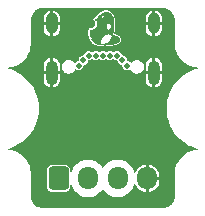
<source format=gbr>
%TF.GenerationSoftware,KiCad,Pcbnew,(7.0.0-0)*%
%TF.CreationDate,2023-03-15T20:38:16-05:00*%
%TF.ProjectId,USB-C Breakout,5553422d-4320-4427-9265-616b6f75742e,0*%
%TF.SameCoordinates,Original*%
%TF.FileFunction,Copper,L4,Bot*%
%TF.FilePolarity,Positive*%
%FSLAX46Y46*%
G04 Gerber Fmt 4.6, Leading zero omitted, Abs format (unit mm)*
G04 Created by KiCad (PCBNEW (7.0.0-0)) date 2023-03-15 20:38:16*
%MOMM*%
%LPD*%
G01*
G04 APERTURE LIST*
G04 Aperture macros list*
%AMRoundRect*
0 Rectangle with rounded corners*
0 $1 Rounding radius*
0 $2 $3 $4 $5 $6 $7 $8 $9 X,Y pos of 4 corners*
0 Add a 4 corners polygon primitive as box body*
4,1,4,$2,$3,$4,$5,$6,$7,$8,$9,$2,$3,0*
0 Add four circle primitives for the rounded corners*
1,1,$1+$1,$2,$3*
1,1,$1+$1,$4,$5*
1,1,$1+$1,$6,$7*
1,1,$1+$1,$8,$9*
0 Add four rect primitives between the rounded corners*
20,1,$1+$1,$2,$3,$4,$5,0*
20,1,$1+$1,$4,$5,$6,$7,0*
20,1,$1+$1,$6,$7,$8,$9,0*
20,1,$1+$1,$8,$9,$2,$3,0*%
G04 Aperture macros list end*
%TA.AperFunction,EtchedComponent*%
%ADD10C,0.010000*%
%TD*%
%TA.AperFunction,ComponentPad*%
%ADD11RoundRect,0.250000X-0.600000X-0.725000X0.600000X-0.725000X0.600000X0.725000X-0.600000X0.725000X0*%
%TD*%
%TA.AperFunction,ComponentPad*%
%ADD12O,1.700000X1.950000*%
%TD*%
%TA.AperFunction,ComponentPad*%
%ADD13O,1.000000X2.100000*%
%TD*%
%TA.AperFunction,ComponentPad*%
%ADD14O,1.000000X1.800000*%
%TD*%
%TA.AperFunction,ViaPad*%
%ADD15C,0.700000*%
%TD*%
%TA.AperFunction,ViaPad*%
%ADD16C,0.500000*%
%TD*%
G04 APERTURE END LIST*
%TO.C,G\u002A\u002A\u002A*%
G36*
X142895853Y-91121510D02*
G01*
X142907461Y-91139305D01*
X142967774Y-91276440D01*
X143013886Y-91436501D01*
X143025946Y-91506559D01*
X143035887Y-91604913D01*
X143042129Y-91718756D01*
X143044554Y-91841509D01*
X143043041Y-91966597D01*
X143040554Y-92020537D01*
X143037471Y-92087440D01*
X143027725Y-92197462D01*
X143027209Y-92201867D01*
X143013633Y-92299300D01*
X142995542Y-92404027D01*
X142974451Y-92508979D01*
X142951876Y-92607085D01*
X142929331Y-92691276D01*
X142908333Y-92754482D01*
X142892893Y-92793908D01*
X142848255Y-92743067D01*
X142824857Y-92718742D01*
X142748155Y-92664500D01*
X142659849Y-92635448D01*
X142560935Y-92631670D01*
X142452412Y-92653250D01*
X142335277Y-92700270D01*
X142231483Y-92761535D01*
X142121595Y-92855184D01*
X142026768Y-92972040D01*
X141961060Y-93084987D01*
X141915191Y-93209091D01*
X141894095Y-93339473D01*
X141893595Y-93346448D01*
X141888860Y-93394740D01*
X141883314Y-93428851D01*
X141878055Y-93441778D01*
X141877308Y-93441769D01*
X141846666Y-93436461D01*
X141797918Y-93423111D01*
X141738755Y-93404290D01*
X141676869Y-93382569D01*
X141619952Y-93360520D01*
X141575696Y-93340712D01*
X141436849Y-93260507D01*
X141309924Y-93163243D01*
X141207015Y-93055585D01*
X141129244Y-92938719D01*
X141077734Y-92813834D01*
X141063804Y-92746518D01*
X141055290Y-92657045D01*
X141053569Y-92559450D01*
X141058792Y-92463738D01*
X141071114Y-92379917D01*
X141088445Y-92298778D01*
X141180041Y-92298778D01*
X141190034Y-92298645D01*
X141291403Y-92282279D01*
X141388419Y-92240126D01*
X141478015Y-92174387D01*
X141557123Y-92087265D01*
X141617939Y-91988644D01*
X142412838Y-91988644D01*
X142419717Y-92076279D01*
X142443839Y-92158597D01*
X142483863Y-92229059D01*
X142538448Y-92281125D01*
X142594310Y-92306853D01*
X142653194Y-92310180D01*
X142707175Y-92289884D01*
X142753639Y-92248368D01*
X142789974Y-92188036D01*
X142813566Y-92111291D01*
X142821801Y-92020537D01*
X142821779Y-92017215D01*
X142811980Y-91928213D01*
X142786674Y-91852844D01*
X142749105Y-91792681D01*
X142702516Y-91749298D01*
X142650151Y-91724267D01*
X142595254Y-91719162D01*
X142541069Y-91735557D01*
X142490838Y-91775024D01*
X142447807Y-91839137D01*
X142424543Y-91902230D01*
X142412838Y-91988644D01*
X141617939Y-91988644D01*
X141622676Y-91980962D01*
X141639014Y-91947594D01*
X141656915Y-91904740D01*
X141666858Y-91865292D01*
X141671139Y-91818714D01*
X141672055Y-91754470D01*
X141671848Y-91716990D01*
X141669707Y-91665362D01*
X141663837Y-91629056D01*
X141652528Y-91599731D01*
X141634074Y-91569045D01*
X141622432Y-91553115D01*
X141587190Y-91516188D01*
X141552935Y-91492548D01*
X141549219Y-91490876D01*
X141521270Y-91476214D01*
X141509863Y-91466306D01*
X141510268Y-91465246D01*
X141522246Y-91448372D01*
X141548355Y-91415051D01*
X141585229Y-91369514D01*
X141629503Y-91315989D01*
X141637877Y-91306012D01*
X141739625Y-91195116D01*
X142018309Y-91195116D01*
X142022112Y-91237589D01*
X142034711Y-91265845D01*
X142057847Y-91280077D01*
X142101522Y-91283531D01*
X142150056Y-91267932D01*
X142195577Y-91234800D01*
X142213086Y-91215006D01*
X142238929Y-91166101D01*
X142241884Y-91121510D01*
X142225112Y-91085835D01*
X142191775Y-91063677D01*
X142145034Y-91059636D01*
X142088051Y-91078313D01*
X142054995Y-91101063D01*
X142032307Y-91126774D01*
X142023521Y-91151094D01*
X142018309Y-91195116D01*
X141739625Y-91195116D01*
X141768553Y-91163587D01*
X141899537Y-91045166D01*
X142029777Y-90951223D01*
X142158215Y-90882232D01*
X142283799Y-90838666D01*
X142405473Y-90821000D01*
X142522181Y-90829707D01*
X142632870Y-90865262D01*
X142645030Y-90871026D01*
X142745718Y-90936041D01*
X142833319Y-91025653D01*
X142895853Y-91121510D01*
G37*
D10*
X142895853Y-91121510D02*
X142907461Y-91139305D01*
X142967774Y-91276440D01*
X143013886Y-91436501D01*
X143025946Y-91506559D01*
X143035887Y-91604913D01*
X143042129Y-91718756D01*
X143044554Y-91841509D01*
X143043041Y-91966597D01*
X143040554Y-92020537D01*
X143037471Y-92087440D01*
X143027725Y-92197462D01*
X143027209Y-92201867D01*
X143013633Y-92299300D01*
X142995542Y-92404027D01*
X142974451Y-92508979D01*
X142951876Y-92607085D01*
X142929331Y-92691276D01*
X142908333Y-92754482D01*
X142892893Y-92793908D01*
X142848255Y-92743067D01*
X142824857Y-92718742D01*
X142748155Y-92664500D01*
X142659849Y-92635448D01*
X142560935Y-92631670D01*
X142452412Y-92653250D01*
X142335277Y-92700270D01*
X142231483Y-92761535D01*
X142121595Y-92855184D01*
X142026768Y-92972040D01*
X141961060Y-93084987D01*
X141915191Y-93209091D01*
X141894095Y-93339473D01*
X141893595Y-93346448D01*
X141888860Y-93394740D01*
X141883314Y-93428851D01*
X141878055Y-93441778D01*
X141877308Y-93441769D01*
X141846666Y-93436461D01*
X141797918Y-93423111D01*
X141738755Y-93404290D01*
X141676869Y-93382569D01*
X141619952Y-93360520D01*
X141575696Y-93340712D01*
X141436849Y-93260507D01*
X141309924Y-93163243D01*
X141207015Y-93055585D01*
X141129244Y-92938719D01*
X141077734Y-92813834D01*
X141063804Y-92746518D01*
X141055290Y-92657045D01*
X141053569Y-92559450D01*
X141058792Y-92463738D01*
X141071114Y-92379917D01*
X141088445Y-92298778D01*
X141180041Y-92298778D01*
X141190034Y-92298645D01*
X141291403Y-92282279D01*
X141388419Y-92240126D01*
X141478015Y-92174387D01*
X141557123Y-92087265D01*
X141617939Y-91988644D01*
X142412838Y-91988644D01*
X142419717Y-92076279D01*
X142443839Y-92158597D01*
X142483863Y-92229059D01*
X142538448Y-92281125D01*
X142594310Y-92306853D01*
X142653194Y-92310180D01*
X142707175Y-92289884D01*
X142753639Y-92248368D01*
X142789974Y-92188036D01*
X142813566Y-92111291D01*
X142821801Y-92020537D01*
X142821779Y-92017215D01*
X142811980Y-91928213D01*
X142786674Y-91852844D01*
X142749105Y-91792681D01*
X142702516Y-91749298D01*
X142650151Y-91724267D01*
X142595254Y-91719162D01*
X142541069Y-91735557D01*
X142490838Y-91775024D01*
X142447807Y-91839137D01*
X142424543Y-91902230D01*
X142412838Y-91988644D01*
X141617939Y-91988644D01*
X141622676Y-91980962D01*
X141639014Y-91947594D01*
X141656915Y-91904740D01*
X141666858Y-91865292D01*
X141671139Y-91818714D01*
X141672055Y-91754470D01*
X141671848Y-91716990D01*
X141669707Y-91665362D01*
X141663837Y-91629056D01*
X141652528Y-91599731D01*
X141634074Y-91569045D01*
X141622432Y-91553115D01*
X141587190Y-91516188D01*
X141552935Y-91492548D01*
X141549219Y-91490876D01*
X141521270Y-91476214D01*
X141509863Y-91466306D01*
X141510268Y-91465246D01*
X141522246Y-91448372D01*
X141548355Y-91415051D01*
X141585229Y-91369514D01*
X141629503Y-91315989D01*
X141637877Y-91306012D01*
X141739625Y-91195116D01*
X142018309Y-91195116D01*
X142022112Y-91237589D01*
X142034711Y-91265845D01*
X142057847Y-91280077D01*
X142101522Y-91283531D01*
X142150056Y-91267932D01*
X142195577Y-91234800D01*
X142213086Y-91215006D01*
X142238929Y-91166101D01*
X142241884Y-91121510D01*
X142225112Y-91085835D01*
X142191775Y-91063677D01*
X142145034Y-91059636D01*
X142088051Y-91078313D01*
X142054995Y-91101063D01*
X142032307Y-91126774D01*
X142023521Y-91151094D01*
X142018309Y-91195116D01*
X141739625Y-91195116D01*
X141768553Y-91163587D01*
X141899537Y-91045166D01*
X142029777Y-90951223D01*
X142158215Y-90882232D01*
X142283799Y-90838666D01*
X142405473Y-90821000D01*
X142522181Y-90829707D01*
X142632870Y-90865262D01*
X142645030Y-90871026D01*
X142745718Y-90936041D01*
X142833319Y-91025653D01*
X142895853Y-91121510D01*
G36*
X142989748Y-92782824D02*
G01*
X143016813Y-92788684D01*
X143061508Y-92799695D01*
X143117877Y-92814427D01*
X143187992Y-92835238D01*
X143304570Y-92881350D01*
X143397810Y-92935198D01*
X143465538Y-92995650D01*
X143509187Y-93057389D01*
X143535880Y-93128783D01*
X143535393Y-93196901D01*
X143508259Y-93260969D01*
X143455010Y-93320217D01*
X143376181Y-93373871D01*
X143272305Y-93421159D01*
X143143916Y-93461308D01*
X143110536Y-93469272D01*
X143034206Y-93484930D01*
X142940941Y-93501847D01*
X142837808Y-93518876D01*
X142731876Y-93534873D01*
X142630213Y-93548693D01*
X142539889Y-93559189D01*
X142527530Y-93560353D01*
X142454060Y-93564616D01*
X142364000Y-93566643D01*
X142264814Y-93566571D01*
X142163963Y-93564536D01*
X142068912Y-93560673D01*
X141987122Y-93555119D01*
X141926055Y-93548009D01*
X141904148Y-93544306D01*
X141728961Y-93503484D01*
X141573274Y-93446239D01*
X141438385Y-93373257D01*
X141325590Y-93285224D01*
X141236183Y-93182826D01*
X141230429Y-93174669D01*
X141190600Y-93116763D01*
X141168356Y-93080783D01*
X141163914Y-93066426D01*
X141177490Y-93073390D01*
X141209298Y-93101373D01*
X141259556Y-93150073D01*
X141280145Y-93170050D01*
X141418308Y-93284180D01*
X141568518Y-93374267D01*
X141735555Y-93443256D01*
X141781309Y-93458027D01*
X141840009Y-93473934D01*
X141897052Y-93484288D01*
X141962397Y-93490749D01*
X142046000Y-93494976D01*
X142073301Y-93495902D01*
X142178187Y-93496270D01*
X142265046Y-93489556D01*
X142341766Y-93474315D01*
X142416236Y-93449100D01*
X142496345Y-93412468D01*
X142576772Y-93364731D01*
X142684593Y-93275318D01*
X142783234Y-93162770D01*
X142870442Y-93029771D01*
X142943967Y-92879005D01*
X142945982Y-92874154D01*
X142964843Y-92828867D01*
X142978616Y-92796004D01*
X142984441Y-92782390D01*
X142989748Y-92782824D01*
G37*
X142989748Y-92782824D02*
X143016813Y-92788684D01*
X143061508Y-92799695D01*
X143117877Y-92814427D01*
X143187992Y-92835238D01*
X143304570Y-92881350D01*
X143397810Y-92935198D01*
X143465538Y-92995650D01*
X143509187Y-93057389D01*
X143535880Y-93128783D01*
X143535393Y-93196901D01*
X143508259Y-93260969D01*
X143455010Y-93320217D01*
X143376181Y-93373871D01*
X143272305Y-93421159D01*
X143143916Y-93461308D01*
X143110536Y-93469272D01*
X143034206Y-93484930D01*
X142940941Y-93501847D01*
X142837808Y-93518876D01*
X142731876Y-93534873D01*
X142630213Y-93548693D01*
X142539889Y-93559189D01*
X142527530Y-93560353D01*
X142454060Y-93564616D01*
X142364000Y-93566643D01*
X142264814Y-93566571D01*
X142163963Y-93564536D01*
X142068912Y-93560673D01*
X141987122Y-93555119D01*
X141926055Y-93548009D01*
X141904148Y-93544306D01*
X141728961Y-93503484D01*
X141573274Y-93446239D01*
X141438385Y-93373257D01*
X141325590Y-93285224D01*
X141236183Y-93182826D01*
X141230429Y-93174669D01*
X141190600Y-93116763D01*
X141168356Y-93080783D01*
X141163914Y-93066426D01*
X141177490Y-93073390D01*
X141209298Y-93101373D01*
X141259556Y-93150073D01*
X141280145Y-93170050D01*
X141418308Y-93284180D01*
X141568518Y-93374267D01*
X141735555Y-93443256D01*
X141781309Y-93458027D01*
X141840009Y-93473934D01*
X141897052Y-93484288D01*
X141962397Y-93490749D01*
X142046000Y-93494976D01*
X142073301Y-93495902D01*
X142178187Y-93496270D01*
X142265046Y-93489556D01*
X142341766Y-93474315D01*
X142416236Y-93449100D01*
X142496345Y-93412468D01*
X142576772Y-93364731D01*
X142684593Y-93275318D01*
X142783234Y-93162770D01*
X142870442Y-93029771D01*
X142943967Y-92879005D01*
X142945982Y-92874154D01*
X142964843Y-92828867D01*
X142978616Y-92796004D01*
X142984441Y-92782390D01*
X142989748Y-92782824D01*
%TD*%
D11*
%TO.P,J2,1,Pin_1*%
%TO.N,VBUS*%
X138395085Y-104900000D03*
D12*
%TO.P,J2,2,Pin_2*%
%TO.N,/DP_USB_+*%
X140895084Y-104899999D03*
%TO.P,J2,3,Pin_3*%
%TO.N,/DP_USB_-*%
X143395084Y-104899999D03*
%TO.P,J2,4,Pin_4*%
%TO.N,GND*%
X145895084Y-104899999D03*
%TD*%
D13*
%TO.P,J1,S1,SHIELD*%
%TO.N,GND*%
X146465084Y-95949999D03*
D14*
X146465084Y-91769999D03*
D13*
X137825084Y-95949999D03*
D14*
X137825084Y-91769999D03*
%TD*%
D15*
%TO.N,GND*%
X145100000Y-98300000D03*
X144850000Y-102850000D03*
X147650000Y-105000000D03*
X147450000Y-106650000D03*
X144850000Y-106800000D03*
X139450000Y-106800000D03*
X142150000Y-106800000D03*
D16*
X138350000Y-100150000D03*
X146000000Y-100300000D03*
%TO.N,VBUS*%
X140100000Y-95350000D03*
X144200000Y-95350000D03*
X141550000Y-94500000D03*
X143350000Y-94500000D03*
X140500000Y-94900000D03*
X143800000Y-94900000D03*
X142150000Y-94500000D03*
X142750000Y-94500000D03*
X140950000Y-94500000D03*
%TD*%
%TA.AperFunction,Conductor*%
%TO.N,GND*%
G36*
X147247805Y-90470738D02*
G01*
X147252403Y-90471140D01*
X147290290Y-90474454D01*
X147290731Y-90474495D01*
X147421868Y-90487409D01*
X147431910Y-90489235D01*
X147502484Y-90508144D01*
X147504355Y-90508679D01*
X147600840Y-90537946D01*
X147609099Y-90541106D01*
X147680466Y-90574385D01*
X147683484Y-90575893D01*
X147767408Y-90620750D01*
X147773773Y-90624661D01*
X147806109Y-90647302D01*
X147839894Y-90670958D01*
X147843695Y-90673842D01*
X147915895Y-90733094D01*
X147920440Y-90737213D01*
X147977878Y-90794651D01*
X147981997Y-90799195D01*
X148041241Y-90871383D01*
X148044125Y-90875184D01*
X148090421Y-90941300D01*
X148094344Y-90947686D01*
X148139196Y-91031595D01*
X148140720Y-91034645D01*
X148173983Y-91105979D01*
X148177148Y-91114249D01*
X148206410Y-91210710D01*
X148206971Y-91212677D01*
X148225855Y-91283154D01*
X148227685Y-91293209D01*
X148240685Y-91425307D01*
X148240747Y-91425979D01*
X148244347Y-91467110D01*
X148244585Y-91472559D01*
X148244585Y-93500099D01*
X148244594Y-93500122D01*
X148244600Y-93500174D01*
X148244600Y-93631119D01*
X148244866Y-93633144D01*
X148244867Y-93633150D01*
X148256615Y-93722382D01*
X148278829Y-93891114D01*
X148279359Y-93893092D01*
X148279360Y-93893097D01*
X148346168Y-94142430D01*
X148346170Y-94142436D01*
X148346701Y-94144416D01*
X148347480Y-94146298D01*
X148347484Y-94146308D01*
X148396720Y-94265173D01*
X148447055Y-94386693D01*
X148448074Y-94388458D01*
X148448077Y-94388464D01*
X148577155Y-94612036D01*
X148577160Y-94612043D01*
X148578173Y-94613798D01*
X148579410Y-94615410D01*
X148579412Y-94615413D01*
X148736567Y-94820223D01*
X148736569Y-94820225D01*
X148737813Y-94821846D01*
X148923243Y-95007277D01*
X149131289Y-95166918D01*
X149358394Y-95298039D01*
X149600669Y-95398394D01*
X149853972Y-95466268D01*
X150113966Y-95500499D01*
X150121323Y-95500499D01*
X150162532Y-95516009D01*
X150183288Y-95554841D01*
X150173290Y-95597722D01*
X150137499Y-95623369D01*
X149960199Y-95670876D01*
X149960190Y-95670878D01*
X149958611Y-95671302D01*
X149957086Y-95671887D01*
X149957081Y-95671889D01*
X149618113Y-95802007D01*
X149616592Y-95802591D01*
X149615158Y-95803321D01*
X149615137Y-95803331D01*
X149291633Y-95968165D01*
X149291624Y-95968169D01*
X149290170Y-95968911D01*
X149288802Y-95969799D01*
X149288794Y-95969804D01*
X148984290Y-96167552D01*
X148984282Y-96167557D01*
X148982922Y-96168441D01*
X148981660Y-96169462D01*
X148981653Y-96169468D01*
X148699482Y-96397964D01*
X148699466Y-96397977D01*
X148698213Y-96398993D01*
X148697066Y-96400139D01*
X148697056Y-96400149D01*
X148440319Y-96656886D01*
X148440309Y-96656896D01*
X148439163Y-96658043D01*
X148438147Y-96659296D01*
X148438134Y-96659312D01*
X148209638Y-96941483D01*
X148209632Y-96941490D01*
X148208611Y-96942752D01*
X148207727Y-96944112D01*
X148207722Y-96944120D01*
X148009974Y-97248624D01*
X148009969Y-97248632D01*
X148009081Y-97250000D01*
X148008339Y-97251454D01*
X148008335Y-97251463D01*
X147843501Y-97574967D01*
X147843491Y-97574988D01*
X147842761Y-97576422D01*
X147842178Y-97577940D01*
X147842177Y-97577943D01*
X147778509Y-97743805D01*
X147711472Y-97918441D01*
X147711048Y-97920020D01*
X147711046Y-97920029D01*
X147617079Y-98270717D01*
X147617076Y-98270727D01*
X147616653Y-98272309D01*
X147616398Y-98273917D01*
X147616396Y-98273928D01*
X147559596Y-98632547D01*
X147559594Y-98632563D01*
X147559343Y-98634150D01*
X147559258Y-98635765D01*
X147559257Y-98635778D01*
X147549784Y-98816546D01*
X147540170Y-99000000D01*
X147540256Y-99001641D01*
X147559257Y-99364221D01*
X147559258Y-99364232D01*
X147559343Y-99365850D01*
X147559594Y-99367438D01*
X147559596Y-99367452D01*
X147616396Y-99726071D01*
X147616653Y-99727691D01*
X147711472Y-100081559D01*
X147842761Y-100423578D01*
X147843495Y-100425018D01*
X147843501Y-100425032D01*
X148008335Y-100748536D01*
X148009081Y-100750000D01*
X148208611Y-101057248D01*
X148209638Y-101058516D01*
X148438134Y-101340687D01*
X148438139Y-101340693D01*
X148439163Y-101341957D01*
X148698213Y-101601007D01*
X148982922Y-101831559D01*
X149290170Y-102031089D01*
X149468938Y-102122175D01*
X149615137Y-102196668D01*
X149615142Y-102196670D01*
X149616592Y-102197409D01*
X149958611Y-102328698D01*
X150137443Y-102376616D01*
X150173232Y-102402260D01*
X150183232Y-102445139D01*
X150162480Y-102483971D01*
X150121275Y-102499485D01*
X150116015Y-102499485D01*
X150116000Y-102499485D01*
X150113965Y-102499486D01*
X150111941Y-102499752D01*
X150111933Y-102499753D01*
X149856000Y-102533449D01*
X149855991Y-102533450D01*
X149853969Y-102533717D01*
X149852005Y-102534243D01*
X149851991Y-102534246D01*
X149602637Y-102601063D01*
X149602628Y-102601065D01*
X149600665Y-102601592D01*
X149598782Y-102602371D01*
X149598776Y-102602374D01*
X149360287Y-102701160D01*
X149360274Y-102701166D01*
X149358387Y-102701948D01*
X149356609Y-102702974D01*
X149356604Y-102702977D01*
X149133063Y-102832040D01*
X149131281Y-102833069D01*
X149129655Y-102834316D01*
X149129650Y-102834320D01*
X148924865Y-102991459D01*
X148924858Y-102991464D01*
X148923233Y-102992712D01*
X148921785Y-102994159D01*
X148921777Y-102994167D01*
X148739249Y-103176696D01*
X148739241Y-103176704D01*
X148737802Y-103178144D01*
X148736567Y-103179753D01*
X148736556Y-103179766D01*
X148579400Y-103384578D01*
X148579393Y-103384587D01*
X148578161Y-103386194D01*
X148577152Y-103387940D01*
X148577143Y-103387955D01*
X148512312Y-103500247D01*
X148447041Y-103613300D01*
X148446264Y-103615175D01*
X148446259Y-103615186D01*
X148347470Y-103853687D01*
X148347466Y-103853696D01*
X148346687Y-103855579D01*
X148346159Y-103857548D01*
X148346155Y-103857561D01*
X148285944Y-104082272D01*
X148278814Y-104108883D01*
X148278546Y-104110913D01*
X148278546Y-104110917D01*
X148244852Y-104366848D01*
X148244851Y-104366855D01*
X148244585Y-104368880D01*
X148244585Y-104370927D01*
X148244585Y-106397271D01*
X148244347Y-106402720D01*
X148240637Y-106445110D01*
X148240574Y-106445787D01*
X148227673Y-106576780D01*
X148225844Y-106586830D01*
X148206958Y-106657313D01*
X148206397Y-106659281D01*
X148177133Y-106755747D01*
X148173968Y-106764017D01*
X148140707Y-106835345D01*
X148139183Y-106838393D01*
X148094332Y-106922303D01*
X148090409Y-106928690D01*
X148044115Y-106994804D01*
X148041231Y-106998605D01*
X147981986Y-107070795D01*
X147977866Y-107075340D01*
X147920427Y-107132777D01*
X147915883Y-107136896D01*
X147843689Y-107196143D01*
X147839888Y-107199026D01*
X147773780Y-107245315D01*
X147767393Y-107249239D01*
X147683492Y-107294083D01*
X147680444Y-107295607D01*
X147609096Y-107328876D01*
X147600826Y-107332040D01*
X147504388Y-107361294D01*
X147502420Y-107361856D01*
X147431906Y-107380749D01*
X147421861Y-107382577D01*
X147291854Y-107395390D01*
X147291171Y-107395453D01*
X147247634Y-107399262D01*
X147242187Y-107399500D01*
X137047815Y-107399500D01*
X137042366Y-107399262D01*
X136999978Y-107395552D01*
X136999300Y-107395489D01*
X136868307Y-107382586D01*
X136858257Y-107380757D01*
X136787733Y-107361859D01*
X136785779Y-107361301D01*
X136689340Y-107332045D01*
X136681076Y-107328883D01*
X136609737Y-107295616D01*
X136606688Y-107294092D01*
X136522782Y-107249242D01*
X136516396Y-107245319D01*
X136450284Y-107199026D01*
X136446483Y-107196142D01*
X136374296Y-107136899D01*
X136369756Y-107132785D01*
X136312296Y-107075324D01*
X136308197Y-107070800D01*
X136248923Y-106998575D01*
X136246084Y-106994831D01*
X136199760Y-106928674D01*
X136195862Y-106922330D01*
X136150978Y-106838357D01*
X136149498Y-106835396D01*
X136116207Y-106764002D01*
X136113048Y-106755744D01*
X136083779Y-106659256D01*
X136083235Y-106657350D01*
X136064337Y-106586823D01*
X136062509Y-106576779D01*
X136052526Y-106475500D01*
X136049689Y-106446712D01*
X136049631Y-106446080D01*
X136049605Y-106445787D01*
X136045822Y-106402548D01*
X136045585Y-106397102D01*
X136045585Y-105654069D01*
X137394585Y-105654069D01*
X137394586Y-105656518D01*
X137394969Y-105658940D01*
X137394970Y-105658945D01*
X137408669Y-105745448D01*
X137408670Y-105745453D01*
X137409439Y-105750304D01*
X137411668Y-105754680D01*
X137411670Y-105754684D01*
X137464803Y-105858963D01*
X137464805Y-105858966D01*
X137467035Y-105863342D01*
X137556743Y-105953050D01*
X137561119Y-105955280D01*
X137561121Y-105955281D01*
X137616962Y-105983733D01*
X137669781Y-106010646D01*
X137763566Y-106025500D01*
X139026603Y-106025499D01*
X139120389Y-106010646D01*
X139233427Y-105953050D01*
X139323135Y-105863342D01*
X139380731Y-105750304D01*
X139395585Y-105656519D01*
X139395584Y-105513507D01*
X139410390Y-105473118D01*
X139447793Y-105451863D01*
X139490072Y-105459817D01*
X139517195Y-105493210D01*
X139517844Y-105495101D01*
X139518475Y-105497591D01*
X139519509Y-105499948D01*
X139613995Y-105715356D01*
X139613997Y-105715361D01*
X139615036Y-105717728D01*
X139746514Y-105918969D01*
X139909321Y-106095825D01*
X140099018Y-106243472D01*
X140101285Y-106244699D01*
X140101290Y-106244702D01*
X140179419Y-106286983D01*
X140310429Y-106357882D01*
X140537788Y-106435934D01*
X140774893Y-106475500D01*
X141012690Y-106475500D01*
X141015277Y-106475500D01*
X141252382Y-106435934D01*
X141479741Y-106357882D01*
X141691152Y-106243472D01*
X141880849Y-106095825D01*
X142043656Y-105918969D01*
X142092763Y-105843804D01*
X142124791Y-105818876D01*
X142165379Y-105818876D01*
X142197406Y-105843804D01*
X142207310Y-105858963D01*
X142245100Y-105916806D01*
X142246514Y-105918969D01*
X142409321Y-106095825D01*
X142599018Y-106243472D01*
X142601285Y-106244699D01*
X142601290Y-106244702D01*
X142679419Y-106286983D01*
X142810429Y-106357882D01*
X143037788Y-106435934D01*
X143274893Y-106475500D01*
X143512690Y-106475500D01*
X143515277Y-106475500D01*
X143752382Y-106435934D01*
X143979741Y-106357882D01*
X144191152Y-106243472D01*
X144380849Y-106095825D01*
X144543656Y-105918969D01*
X144675134Y-105717728D01*
X144771695Y-105497591D01*
X144793650Y-105410891D01*
X144815277Y-105377364D01*
X144852782Y-105363752D01*
X144890881Y-105375604D01*
X144914045Y-105408090D01*
X144919423Y-105425816D01*
X144921766Y-105431474D01*
X145016367Y-105608459D01*
X145019766Y-105613547D01*
X145147084Y-105768684D01*
X145151400Y-105773000D01*
X145306537Y-105900318D01*
X145311625Y-105903717D01*
X145488610Y-105998318D01*
X145494263Y-106000660D01*
X145686315Y-106058918D01*
X145692301Y-106060108D01*
X145761376Y-106066912D01*
X145768184Y-106065673D01*
X145770085Y-106059019D01*
X146020085Y-106059019D01*
X146021985Y-106065673D01*
X146028793Y-106066912D01*
X146097868Y-106060108D01*
X146103854Y-106058918D01*
X146295906Y-106000660D01*
X146301559Y-105998318D01*
X146478544Y-105903717D01*
X146483632Y-105900318D01*
X146638769Y-105773000D01*
X146643085Y-105768684D01*
X146770403Y-105613547D01*
X146773802Y-105608459D01*
X146868403Y-105431474D01*
X146870745Y-105425821D01*
X146929003Y-105233769D01*
X146930193Y-105227783D01*
X146944933Y-105078121D01*
X146945085Y-105075047D01*
X146945085Y-105037431D01*
X146941443Y-105028641D01*
X146932654Y-105025000D01*
X146032516Y-105025000D01*
X146023726Y-105028641D01*
X146020085Y-105037431D01*
X146020085Y-106059019D01*
X145770085Y-106059019D01*
X145770085Y-104762569D01*
X146020085Y-104762569D01*
X146023726Y-104771358D01*
X146032516Y-104775000D01*
X146932654Y-104775000D01*
X146941443Y-104771358D01*
X146945085Y-104762569D01*
X146945085Y-104724953D01*
X146944933Y-104721878D01*
X146930193Y-104572216D01*
X146929003Y-104566230D01*
X146870745Y-104374178D01*
X146868403Y-104368525D01*
X146773802Y-104191540D01*
X146770403Y-104186452D01*
X146643085Y-104031315D01*
X146638769Y-104026999D01*
X146483632Y-103899681D01*
X146478544Y-103896282D01*
X146301559Y-103801681D01*
X146295906Y-103799339D01*
X146103854Y-103741081D01*
X146097868Y-103739891D01*
X146028793Y-103733087D01*
X146021985Y-103734326D01*
X146020085Y-103740981D01*
X146020085Y-104762569D01*
X145770085Y-104762569D01*
X145770085Y-103740981D01*
X145768184Y-103734326D01*
X145761376Y-103733087D01*
X145692301Y-103739891D01*
X145686315Y-103741081D01*
X145494263Y-103799339D01*
X145488610Y-103801681D01*
X145311625Y-103896282D01*
X145306537Y-103899681D01*
X145151400Y-104026999D01*
X145147084Y-104031315D01*
X145019766Y-104186452D01*
X145016367Y-104191540D01*
X144921766Y-104368525D01*
X144919423Y-104374181D01*
X144914045Y-104391910D01*
X144890880Y-104424395D01*
X144852782Y-104436247D01*
X144815277Y-104422635D01*
X144793649Y-104389106D01*
X144788527Y-104368880D01*
X144771695Y-104302409D01*
X144675134Y-104082272D01*
X144543656Y-103881031D01*
X144380849Y-103704175D01*
X144191152Y-103556528D01*
X144188887Y-103555302D01*
X144188879Y-103555297D01*
X144031813Y-103470297D01*
X143979741Y-103442118D01*
X143977298Y-103441279D01*
X143977295Y-103441278D01*
X143754824Y-103364904D01*
X143754820Y-103364903D01*
X143752382Y-103364066D01*
X143749840Y-103363641D01*
X143749833Y-103363640D01*
X143517826Y-103324925D01*
X143517821Y-103324924D01*
X143515277Y-103324500D01*
X143274893Y-103324500D01*
X143272349Y-103324924D01*
X143272343Y-103324925D01*
X143040336Y-103363640D01*
X143040326Y-103363642D01*
X143037788Y-103364066D01*
X143035352Y-103364902D01*
X143035345Y-103364904D01*
X142812874Y-103441278D01*
X142812867Y-103441280D01*
X142810429Y-103442118D01*
X142808154Y-103443348D01*
X142808152Y-103443350D01*
X142601290Y-103555297D01*
X142601277Y-103555305D01*
X142599018Y-103556528D01*
X142596978Y-103558115D01*
X142596976Y-103558117D01*
X142411365Y-103702583D01*
X142411357Y-103702590D01*
X142409321Y-103704175D01*
X142407569Y-103706077D01*
X142407568Y-103706079D01*
X142248263Y-103879130D01*
X142248257Y-103879136D01*
X142246514Y-103881031D01*
X142245106Y-103883184D01*
X142245102Y-103883191D01*
X142197408Y-103956192D01*
X142165379Y-103981121D01*
X142124791Y-103981121D01*
X142092762Y-103956192D01*
X142053620Y-103896282D01*
X142043656Y-103881031D01*
X141880849Y-103704175D01*
X141691152Y-103556528D01*
X141688887Y-103555302D01*
X141688879Y-103555297D01*
X141531813Y-103470297D01*
X141479741Y-103442118D01*
X141477298Y-103441279D01*
X141477295Y-103441278D01*
X141254824Y-103364904D01*
X141254820Y-103364903D01*
X141252382Y-103364066D01*
X141249840Y-103363641D01*
X141249833Y-103363640D01*
X141017826Y-103324925D01*
X141017821Y-103324924D01*
X141015277Y-103324500D01*
X140774893Y-103324500D01*
X140772349Y-103324924D01*
X140772343Y-103324925D01*
X140540336Y-103363640D01*
X140540326Y-103363642D01*
X140537788Y-103364066D01*
X140535352Y-103364902D01*
X140535345Y-103364904D01*
X140312874Y-103441278D01*
X140312867Y-103441280D01*
X140310429Y-103442118D01*
X140308154Y-103443348D01*
X140308152Y-103443350D01*
X140101290Y-103555297D01*
X140101277Y-103555305D01*
X140099018Y-103556528D01*
X140096978Y-103558115D01*
X140096976Y-103558117D01*
X139911365Y-103702583D01*
X139911357Y-103702590D01*
X139909321Y-103704175D01*
X139907569Y-103706077D01*
X139907568Y-103706079D01*
X139748262Y-103879131D01*
X139748256Y-103879138D01*
X139746514Y-103881031D01*
X139745104Y-103883189D01*
X139745101Y-103883193D01*
X139616453Y-104080102D01*
X139616449Y-104080108D01*
X139615036Y-104082272D01*
X139614000Y-104084633D01*
X139613995Y-104084643D01*
X139519511Y-104300046D01*
X139519509Y-104300051D01*
X139518475Y-104302409D01*
X139517843Y-104304903D01*
X139517196Y-104306789D01*
X139490074Y-104340184D01*
X139447795Y-104348138D01*
X139410391Y-104326884D01*
X139395584Y-104286491D01*
X139395584Y-104145942D01*
X139395584Y-104145940D01*
X139395584Y-104143482D01*
X139380731Y-104049696D01*
X139373894Y-104036278D01*
X139325366Y-103941036D01*
X139325365Y-103941034D01*
X139323135Y-103936658D01*
X139233427Y-103846950D01*
X139229051Y-103844720D01*
X139229048Y-103844718D01*
X139124770Y-103791586D01*
X139124768Y-103791585D01*
X139120389Y-103789354D01*
X139115536Y-103788585D01*
X139115532Y-103788584D01*
X139029030Y-103774884D01*
X139029027Y-103774883D01*
X139026604Y-103774500D01*
X139024144Y-103774500D01*
X137766027Y-103774500D01*
X137766014Y-103774500D01*
X137763567Y-103774501D01*
X137761145Y-103774884D01*
X137761139Y-103774885D01*
X137674636Y-103788584D01*
X137674629Y-103788586D01*
X137669781Y-103789354D01*
X137665406Y-103791582D01*
X137665400Y-103791585D01*
X137561121Y-103844718D01*
X137561115Y-103844722D01*
X137556743Y-103846950D01*
X137553269Y-103850423D01*
X137553266Y-103850426D01*
X137470511Y-103933181D01*
X137470508Y-103933184D01*
X137467035Y-103936658D01*
X137464807Y-103941030D01*
X137464803Y-103941036D01*
X137411671Y-104045314D01*
X137411671Y-104045315D01*
X137409439Y-104049696D01*
X137408670Y-104054546D01*
X137408669Y-104054552D01*
X137394969Y-104141054D01*
X137394585Y-104143481D01*
X137394585Y-104145939D01*
X137394585Y-104145940D01*
X137394585Y-105654057D01*
X137394585Y-105654069D01*
X136045585Y-105654069D01*
X136045585Y-104500036D01*
X136045592Y-104500000D01*
X136045600Y-104500000D01*
X136045600Y-104368880D01*
X136011370Y-104108883D01*
X135943497Y-103855578D01*
X135843141Y-103613299D01*
X135712020Y-103386193D01*
X135695684Y-103364904D01*
X135553622Y-103179765D01*
X135553620Y-103179763D01*
X135552378Y-103178144D01*
X135366945Y-102992712D01*
X135365327Y-102991471D01*
X135365322Y-102991466D01*
X135160510Y-102834310D01*
X135160507Y-102834308D01*
X135158895Y-102833071D01*
X135157140Y-102832058D01*
X135157133Y-102832053D01*
X134933554Y-102702972D01*
X134933552Y-102702971D01*
X134931787Y-102701952D01*
X134929904Y-102701172D01*
X134929900Y-102701170D01*
X134691399Y-102602381D01*
X134691395Y-102602379D01*
X134689508Y-102601598D01*
X134687534Y-102601069D01*
X134687525Y-102601066D01*
X134438186Y-102534258D01*
X134438181Y-102534257D01*
X134436203Y-102533727D01*
X134434169Y-102533459D01*
X134434168Y-102533459D01*
X134178236Y-102499766D01*
X134178230Y-102499765D01*
X134176205Y-102499499D01*
X134174158Y-102499499D01*
X134168854Y-102499499D01*
X134127645Y-102483989D01*
X134106889Y-102445157D01*
X134116887Y-102402276D01*
X134152677Y-102376629D01*
X134331559Y-102328698D01*
X134673578Y-102197409D01*
X135000000Y-102031089D01*
X135307248Y-101831559D01*
X135591957Y-101601007D01*
X135851007Y-101341957D01*
X136081559Y-101057248D01*
X136281089Y-100750000D01*
X136447409Y-100423578D01*
X136578698Y-100081559D01*
X136673517Y-99727691D01*
X136730827Y-99365850D01*
X136750000Y-99000000D01*
X136730827Y-98634150D01*
X136673517Y-98272309D01*
X136578698Y-97918441D01*
X136447409Y-97576422D01*
X136281089Y-97250000D01*
X136081559Y-96942752D01*
X135851007Y-96658043D01*
X135733412Y-96540448D01*
X137125085Y-96540448D01*
X137125313Y-96544220D01*
X137139977Y-96664993D01*
X137141776Y-96672291D01*
X137199372Y-96824156D01*
X137202861Y-96830806D01*
X137295133Y-96964486D01*
X137300107Y-96970101D01*
X137421686Y-97077810D01*
X137427869Y-97082078D01*
X137571689Y-97157560D01*
X137578710Y-97160222D01*
X137690849Y-97187863D01*
X137697963Y-97187433D01*
X137700085Y-97180626D01*
X137950085Y-97180626D01*
X137952206Y-97187433D01*
X137959320Y-97187863D01*
X138071459Y-97160222D01*
X138078480Y-97157560D01*
X138222300Y-97082078D01*
X138228483Y-97077810D01*
X138350062Y-96970101D01*
X138355036Y-96964486D01*
X138447308Y-96830806D01*
X138450797Y-96824156D01*
X138508393Y-96672291D01*
X138510192Y-96664993D01*
X138524856Y-96544220D01*
X138525085Y-96540448D01*
X145765085Y-96540448D01*
X145765313Y-96544220D01*
X145779977Y-96664993D01*
X145781776Y-96672291D01*
X145839372Y-96824156D01*
X145842861Y-96830806D01*
X145935133Y-96964486D01*
X145940107Y-96970101D01*
X146061686Y-97077810D01*
X146067869Y-97082078D01*
X146211689Y-97157560D01*
X146218710Y-97160222D01*
X146330849Y-97187863D01*
X146337963Y-97187433D01*
X146340085Y-97180626D01*
X146590085Y-97180626D01*
X146592206Y-97187433D01*
X146599320Y-97187863D01*
X146711459Y-97160222D01*
X146718480Y-97157560D01*
X146862300Y-97082078D01*
X146868483Y-97077810D01*
X146990062Y-96970101D01*
X146995036Y-96964486D01*
X147087308Y-96830806D01*
X147090797Y-96824156D01*
X147148393Y-96672291D01*
X147150192Y-96664993D01*
X147164856Y-96544220D01*
X147165085Y-96540448D01*
X147165085Y-96087431D01*
X147161443Y-96078641D01*
X147152654Y-96075000D01*
X146602516Y-96075000D01*
X146593726Y-96078641D01*
X146590085Y-96087431D01*
X146590085Y-97180626D01*
X146340085Y-97180626D01*
X146340085Y-96087431D01*
X146336443Y-96078641D01*
X146327654Y-96075000D01*
X145777516Y-96075000D01*
X145768726Y-96078641D01*
X145765085Y-96087431D01*
X145765085Y-96540448D01*
X138525085Y-96540448D01*
X138525085Y-96087431D01*
X138521443Y-96078641D01*
X138512654Y-96075000D01*
X137962516Y-96075000D01*
X137953726Y-96078641D01*
X137950085Y-96087431D01*
X137950085Y-97180626D01*
X137700085Y-97180626D01*
X137700085Y-96087431D01*
X137696443Y-96078641D01*
X137687654Y-96075000D01*
X137137516Y-96075000D01*
X137128726Y-96078641D01*
X137125085Y-96087431D01*
X137125085Y-96540448D01*
X135733412Y-96540448D01*
X135591957Y-96398993D01*
X135590693Y-96397969D01*
X135590687Y-96397964D01*
X135308516Y-96169468D01*
X135307248Y-96168441D01*
X135000000Y-95968911D01*
X134998536Y-95968165D01*
X134693163Y-95812569D01*
X137125085Y-95812569D01*
X137128726Y-95821358D01*
X137137516Y-95825000D01*
X137687654Y-95825000D01*
X137696443Y-95821358D01*
X137700085Y-95812569D01*
X137950085Y-95812569D01*
X137953726Y-95821358D01*
X137962516Y-95825000D01*
X138512654Y-95825000D01*
X138521443Y-95821358D01*
X138525085Y-95812569D01*
X138525085Y-95450000D01*
X138674619Y-95450000D01*
X138675154Y-95454064D01*
X138681135Y-95499498D01*
X138694398Y-95600236D01*
X138695965Y-95604020D01*
X138695966Y-95604022D01*
X138750817Y-95736443D01*
X138752387Y-95740233D01*
X138754882Y-95743484D01*
X138754883Y-95743486D01*
X138763505Y-95754723D01*
X138844634Y-95860451D01*
X138964852Y-95952698D01*
X139104849Y-96010687D01*
X139217365Y-96025500D01*
X139290758Y-96025500D01*
X139292805Y-96025500D01*
X139405321Y-96010687D01*
X139545318Y-95952698D01*
X139665536Y-95860451D01*
X139757783Y-95740233D01*
X139771573Y-95706939D01*
X139795278Y-95678438D01*
X139830957Y-95668378D01*
X139861331Y-95678691D01*
X139861658Y-95678050D01*
X139974696Y-95735646D01*
X140100000Y-95755492D01*
X140225304Y-95735646D01*
X140338342Y-95678050D01*
X140428050Y-95588342D01*
X140485646Y-95475304D01*
X140505492Y-95350000D01*
X140507605Y-95350334D01*
X140519685Y-95317548D01*
X140557444Y-95296393D01*
X140625304Y-95285646D01*
X140738342Y-95228050D01*
X140828050Y-95138342D01*
X140885646Y-95025304D01*
X140896393Y-94957444D01*
X140917548Y-94919685D01*
X140950334Y-94907605D01*
X140950000Y-94905492D01*
X141075304Y-94885646D01*
X141188342Y-94828050D01*
X141205806Y-94810586D01*
X141250000Y-94792280D01*
X141294194Y-94810586D01*
X141311658Y-94828050D01*
X141316034Y-94830280D01*
X141316036Y-94830281D01*
X141371877Y-94858733D01*
X141424696Y-94885646D01*
X141550000Y-94905492D01*
X141675304Y-94885646D01*
X141788342Y-94828050D01*
X141805806Y-94810586D01*
X141850000Y-94792280D01*
X141894194Y-94810586D01*
X141911658Y-94828050D01*
X141916034Y-94830280D01*
X141916036Y-94830281D01*
X141971877Y-94858733D01*
X142024696Y-94885646D01*
X142150000Y-94905492D01*
X142275304Y-94885646D01*
X142388342Y-94828050D01*
X142405806Y-94810586D01*
X142450000Y-94792280D01*
X142494194Y-94810586D01*
X142511658Y-94828050D01*
X142516034Y-94830280D01*
X142516036Y-94830281D01*
X142571877Y-94858733D01*
X142624696Y-94885646D01*
X142750000Y-94905492D01*
X142875304Y-94885646D01*
X142988342Y-94828050D01*
X143005806Y-94810586D01*
X143050000Y-94792280D01*
X143094194Y-94810586D01*
X143111658Y-94828050D01*
X143116034Y-94830280D01*
X143116036Y-94830281D01*
X143171877Y-94858733D01*
X143224696Y-94885646D01*
X143350000Y-94905492D01*
X143349665Y-94907605D01*
X143382451Y-94919684D01*
X143403605Y-94957445D01*
X143413582Y-95020441D01*
X143413585Y-95020451D01*
X143414354Y-95025304D01*
X143416585Y-95029683D01*
X143416586Y-95029685D01*
X143469718Y-95133963D01*
X143469720Y-95133966D01*
X143471950Y-95138342D01*
X143561658Y-95228050D01*
X143566034Y-95230280D01*
X143566036Y-95230281D01*
X143621877Y-95258733D01*
X143674696Y-95285646D01*
X143679552Y-95286415D01*
X143679558Y-95286417D01*
X143742554Y-95296395D01*
X143780302Y-95317535D01*
X143792402Y-95350333D01*
X143794508Y-95350000D01*
X143813584Y-95470447D01*
X143813585Y-95470451D01*
X143814354Y-95475304D01*
X143816585Y-95479683D01*
X143816586Y-95479685D01*
X143869718Y-95583963D01*
X143869720Y-95583966D01*
X143871950Y-95588342D01*
X143961658Y-95678050D01*
X143966034Y-95680280D01*
X143966036Y-95680281D01*
X144018356Y-95706939D01*
X144074696Y-95735646D01*
X144200000Y-95755492D01*
X144325304Y-95735646D01*
X144434488Y-95680013D01*
X144467764Y-95673395D01*
X144499597Y-95685138D01*
X144520603Y-95711784D01*
X144530805Y-95736415D01*
X144532387Y-95740233D01*
X144534882Y-95743484D01*
X144534883Y-95743486D01*
X144543505Y-95754723D01*
X144624634Y-95860451D01*
X144744852Y-95952698D01*
X144884849Y-96010687D01*
X144997365Y-96025500D01*
X145070758Y-96025500D01*
X145072805Y-96025500D01*
X145185321Y-96010687D01*
X145325318Y-95952698D01*
X145445536Y-95860451D01*
X145482277Y-95812569D01*
X145765085Y-95812569D01*
X145768726Y-95821358D01*
X145777516Y-95825000D01*
X146327654Y-95825000D01*
X146336443Y-95821358D01*
X146340085Y-95812569D01*
X146590085Y-95812569D01*
X146593726Y-95821358D01*
X146602516Y-95825000D01*
X147152654Y-95825000D01*
X147161443Y-95821358D01*
X147165085Y-95812569D01*
X147165085Y-95359553D01*
X147164856Y-95355779D01*
X147150192Y-95235006D01*
X147148393Y-95227708D01*
X147090797Y-95075843D01*
X147087308Y-95069193D01*
X146995036Y-94935513D01*
X146990062Y-94929898D01*
X146868483Y-94822189D01*
X146862300Y-94817921D01*
X146718480Y-94742439D01*
X146711459Y-94739777D01*
X146599320Y-94712136D01*
X146592206Y-94712566D01*
X146590085Y-94719374D01*
X146590085Y-95812569D01*
X146340085Y-95812569D01*
X146340085Y-94719374D01*
X146337963Y-94712566D01*
X146330849Y-94712136D01*
X146218710Y-94739777D01*
X146211689Y-94742439D01*
X146067869Y-94817921D01*
X146061686Y-94822189D01*
X145940107Y-94929898D01*
X145935133Y-94935513D01*
X145842861Y-95069193D01*
X145839372Y-95075843D01*
X145781776Y-95227708D01*
X145779977Y-95235006D01*
X145765313Y-95355779D01*
X145765085Y-95359553D01*
X145765085Y-95812569D01*
X145482277Y-95812569D01*
X145537783Y-95740233D01*
X145595772Y-95600236D01*
X145615551Y-95450000D01*
X145595772Y-95299764D01*
X145537783Y-95159767D01*
X145445536Y-95039549D01*
X145401591Y-95005829D01*
X145328571Y-94949798D01*
X145328570Y-94949797D01*
X145325318Y-94947302D01*
X145289465Y-94932451D01*
X145189107Y-94890881D01*
X145189105Y-94890880D01*
X145185321Y-94889313D01*
X145181258Y-94888778D01*
X145074836Y-94874767D01*
X145074830Y-94874766D01*
X145072805Y-94874500D01*
X144997365Y-94874500D01*
X144995340Y-94874766D01*
X144995333Y-94874767D01*
X144888911Y-94888778D01*
X144888909Y-94888778D01*
X144884849Y-94889313D01*
X144881066Y-94890879D01*
X144881062Y-94890881D01*
X144748641Y-94945732D01*
X144748637Y-94945733D01*
X144744852Y-94947302D01*
X144741602Y-94949795D01*
X144741598Y-94949798D01*
X144627883Y-95037055D01*
X144627878Y-95037059D01*
X144624634Y-95039549D01*
X144622143Y-95042794D01*
X144622138Y-95042800D01*
X144594774Y-95078460D01*
X144566566Y-95099142D01*
X144531663Y-95101429D01*
X144500997Y-95084605D01*
X144441818Y-95025426D01*
X144438342Y-95021950D01*
X144433966Y-95019720D01*
X144433963Y-95019718D01*
X144329685Y-94966586D01*
X144329683Y-94966585D01*
X144325304Y-94964354D01*
X144320451Y-94963585D01*
X144320441Y-94963582D01*
X144257445Y-94953605D01*
X144219684Y-94932451D01*
X144207605Y-94899665D01*
X144205492Y-94900000D01*
X144185646Y-94774696D01*
X144128050Y-94661658D01*
X144038342Y-94571950D01*
X144033966Y-94569720D01*
X144033963Y-94569718D01*
X143929685Y-94516586D01*
X143929683Y-94516585D01*
X143925304Y-94514354D01*
X143920451Y-94513585D01*
X143920447Y-94513584D01*
X143800000Y-94494508D01*
X143800333Y-94492402D01*
X143767535Y-94480302D01*
X143746395Y-94442554D01*
X143736417Y-94379558D01*
X143736415Y-94379552D01*
X143735646Y-94374696D01*
X143678050Y-94261658D01*
X143588342Y-94171950D01*
X143583966Y-94169720D01*
X143583963Y-94169718D01*
X143479685Y-94116586D01*
X143479683Y-94116585D01*
X143475304Y-94114354D01*
X143470451Y-94113585D01*
X143470447Y-94113584D01*
X143354855Y-94095277D01*
X143350000Y-94094508D01*
X143345145Y-94095277D01*
X143229552Y-94113584D01*
X143229546Y-94113585D01*
X143224696Y-94114354D01*
X143220318Y-94116584D01*
X143220314Y-94116586D01*
X143116036Y-94169718D01*
X143116030Y-94169722D01*
X143111658Y-94171950D01*
X143108184Y-94175423D01*
X143108181Y-94175426D01*
X143094194Y-94189414D01*
X143050000Y-94207720D01*
X143005806Y-94189414D01*
X142991818Y-94175426D01*
X142991818Y-94175425D01*
X142988342Y-94171950D01*
X142983966Y-94169720D01*
X142983963Y-94169718D01*
X142879685Y-94116586D01*
X142879683Y-94116585D01*
X142875304Y-94114354D01*
X142870451Y-94113585D01*
X142870447Y-94113584D01*
X142754855Y-94095277D01*
X142750000Y-94094508D01*
X142745145Y-94095277D01*
X142629552Y-94113584D01*
X142629546Y-94113585D01*
X142624696Y-94114354D01*
X142620318Y-94116584D01*
X142620314Y-94116586D01*
X142516036Y-94169718D01*
X142516030Y-94169722D01*
X142511658Y-94171950D01*
X142508184Y-94175423D01*
X142508181Y-94175426D01*
X142494194Y-94189414D01*
X142450000Y-94207720D01*
X142405806Y-94189414D01*
X142391818Y-94175426D01*
X142391818Y-94175425D01*
X142388342Y-94171950D01*
X142383966Y-94169720D01*
X142383963Y-94169718D01*
X142279685Y-94116586D01*
X142279683Y-94116585D01*
X142275304Y-94114354D01*
X142270451Y-94113585D01*
X142270447Y-94113584D01*
X142154855Y-94095277D01*
X142150000Y-94094508D01*
X142145145Y-94095277D01*
X142029552Y-94113584D01*
X142029546Y-94113585D01*
X142024696Y-94114354D01*
X142020318Y-94116584D01*
X142020314Y-94116586D01*
X141916036Y-94169718D01*
X141916030Y-94169722D01*
X141911658Y-94171950D01*
X141908184Y-94175423D01*
X141908181Y-94175426D01*
X141894194Y-94189414D01*
X141850000Y-94207720D01*
X141805806Y-94189414D01*
X141791818Y-94175426D01*
X141791818Y-94175425D01*
X141788342Y-94171950D01*
X141783966Y-94169720D01*
X141783963Y-94169718D01*
X141679685Y-94116586D01*
X141679683Y-94116585D01*
X141675304Y-94114354D01*
X141670451Y-94113585D01*
X141670447Y-94113584D01*
X141554855Y-94095277D01*
X141550000Y-94094508D01*
X141545145Y-94095277D01*
X141429552Y-94113584D01*
X141429546Y-94113585D01*
X141424696Y-94114354D01*
X141420318Y-94116584D01*
X141420314Y-94116586D01*
X141316036Y-94169718D01*
X141316030Y-94169722D01*
X141311658Y-94171950D01*
X141308184Y-94175423D01*
X141308181Y-94175426D01*
X141294194Y-94189414D01*
X141250000Y-94207720D01*
X141205806Y-94189414D01*
X141191818Y-94175426D01*
X141191818Y-94175425D01*
X141188342Y-94171950D01*
X141183966Y-94169720D01*
X141183963Y-94169718D01*
X141079685Y-94116586D01*
X141079683Y-94116585D01*
X141075304Y-94114354D01*
X141070451Y-94113585D01*
X141070447Y-94113584D01*
X140954855Y-94095277D01*
X140950000Y-94094508D01*
X140945145Y-94095277D01*
X140829552Y-94113584D01*
X140829546Y-94113585D01*
X140824696Y-94114354D01*
X140820318Y-94116584D01*
X140820314Y-94116586D01*
X140716036Y-94169718D01*
X140716030Y-94169722D01*
X140711658Y-94171950D01*
X140708184Y-94175423D01*
X140708181Y-94175426D01*
X140625426Y-94258181D01*
X140625423Y-94258184D01*
X140621950Y-94261658D01*
X140619722Y-94266030D01*
X140619718Y-94266036D01*
X140566586Y-94370314D01*
X140566584Y-94370318D01*
X140564354Y-94374696D01*
X140563585Y-94379546D01*
X140563582Y-94379558D01*
X140553605Y-94442554D01*
X140532465Y-94480302D01*
X140499666Y-94492402D01*
X140500000Y-94494508D01*
X140379552Y-94513584D01*
X140379546Y-94513585D01*
X140374696Y-94514354D01*
X140370318Y-94516584D01*
X140370314Y-94516586D01*
X140266036Y-94569718D01*
X140266030Y-94569722D01*
X140261658Y-94571950D01*
X140258184Y-94575423D01*
X140258181Y-94575426D01*
X140175426Y-94658181D01*
X140175423Y-94658184D01*
X140171950Y-94661658D01*
X140169722Y-94666030D01*
X140169718Y-94666036D01*
X140116586Y-94770314D01*
X140116584Y-94770318D01*
X140114354Y-94774696D01*
X140113585Y-94779546D01*
X140113584Y-94779552D01*
X140094508Y-94900000D01*
X140092402Y-94899666D01*
X140080302Y-94932465D01*
X140042554Y-94953605D01*
X139979558Y-94963582D01*
X139979546Y-94963585D01*
X139974696Y-94964354D01*
X139970318Y-94966584D01*
X139970314Y-94966586D01*
X139866036Y-95019718D01*
X139866030Y-95019722D01*
X139861658Y-95021950D01*
X139858184Y-95025423D01*
X139858181Y-95025426D01*
X139793440Y-95090167D01*
X139762773Y-95106992D01*
X139727870Y-95104704D01*
X139699662Y-95084021D01*
X139668031Y-95042799D01*
X139668025Y-95042793D01*
X139665536Y-95039549D01*
X139570449Y-94966586D01*
X139548571Y-94949798D01*
X139548570Y-94949797D01*
X139545318Y-94947302D01*
X139509465Y-94932451D01*
X139409107Y-94890881D01*
X139409105Y-94890880D01*
X139405321Y-94889313D01*
X139401258Y-94888778D01*
X139294836Y-94874767D01*
X139294830Y-94874766D01*
X139292805Y-94874500D01*
X139217365Y-94874500D01*
X139215340Y-94874766D01*
X139215333Y-94874767D01*
X139108911Y-94888778D01*
X139108909Y-94888778D01*
X139104849Y-94889313D01*
X139101066Y-94890879D01*
X139101062Y-94890881D01*
X138968641Y-94945732D01*
X138968637Y-94945733D01*
X138964852Y-94947302D01*
X138961602Y-94949795D01*
X138961598Y-94949798D01*
X138847883Y-95037055D01*
X138847878Y-95037059D01*
X138844634Y-95039549D01*
X138842144Y-95042793D01*
X138842140Y-95042798D01*
X138754883Y-95156513D01*
X138754880Y-95156517D01*
X138752387Y-95159767D01*
X138750818Y-95163552D01*
X138750817Y-95163556D01*
X138695966Y-95295977D01*
X138695964Y-95295981D01*
X138694398Y-95299764D01*
X138693863Y-95303824D01*
X138693863Y-95303826D01*
X138677073Y-95431357D01*
X138674619Y-95450000D01*
X138525085Y-95450000D01*
X138525085Y-95359553D01*
X138524856Y-95355779D01*
X138510192Y-95235006D01*
X138508393Y-95227708D01*
X138450797Y-95075843D01*
X138447308Y-95069193D01*
X138355036Y-94935513D01*
X138350062Y-94929898D01*
X138228483Y-94822189D01*
X138222300Y-94817921D01*
X138078480Y-94742439D01*
X138071459Y-94739777D01*
X137959320Y-94712136D01*
X137952206Y-94712566D01*
X137950085Y-94719374D01*
X137950085Y-95812569D01*
X137700085Y-95812569D01*
X137700085Y-94719374D01*
X137697963Y-94712566D01*
X137690849Y-94712136D01*
X137578710Y-94739777D01*
X137571689Y-94742439D01*
X137427869Y-94817921D01*
X137421686Y-94822189D01*
X137300107Y-94929898D01*
X137295133Y-94935513D01*
X137202861Y-95069193D01*
X137199372Y-95075843D01*
X137141776Y-95227708D01*
X137139977Y-95235006D01*
X137125313Y-95355779D01*
X137125085Y-95359553D01*
X137125085Y-95812569D01*
X134693163Y-95812569D01*
X134675032Y-95803331D01*
X134675018Y-95803325D01*
X134673578Y-95802591D01*
X134331559Y-95671302D01*
X134329973Y-95670877D01*
X134329970Y-95670876D01*
X134152622Y-95623355D01*
X134116830Y-95597706D01*
X134106833Y-95554823D01*
X134127594Y-95515991D01*
X134168803Y-95500485D01*
X134176204Y-95500486D01*
X134436200Y-95466258D01*
X134689503Y-95398388D01*
X134931781Y-95298035D01*
X135158887Y-95166916D01*
X135366935Y-95007277D01*
X135552367Y-94821847D01*
X135712008Y-94613799D01*
X135843128Y-94386694D01*
X135943483Y-94144417D01*
X136011355Y-93891114D01*
X136045585Y-93631119D01*
X136045585Y-93500000D01*
X136045585Y-93499500D01*
X136045585Y-92210448D01*
X137125085Y-92210448D01*
X137125313Y-92214220D01*
X137139977Y-92334993D01*
X137141776Y-92342291D01*
X137199372Y-92494156D01*
X137202861Y-92500806D01*
X137295133Y-92634486D01*
X137300107Y-92640101D01*
X137421686Y-92747810D01*
X137427869Y-92752078D01*
X137571689Y-92827560D01*
X137578710Y-92830222D01*
X137690849Y-92857863D01*
X137697963Y-92857433D01*
X137700085Y-92850626D01*
X137950085Y-92850626D01*
X137952206Y-92857433D01*
X137959320Y-92857863D01*
X138071459Y-92830222D01*
X138078480Y-92827560D01*
X138222300Y-92752078D01*
X138228483Y-92747810D01*
X138350062Y-92640101D01*
X138355036Y-92634486D01*
X138398569Y-92571417D01*
X140897185Y-92571417D01*
X140898025Y-92575413D01*
X140898275Y-92578683D01*
X140898447Y-92582341D01*
X140899458Y-92639617D01*
X140899186Y-92643259D01*
X140899378Y-92643266D01*
X140899230Y-92647355D01*
X140898550Y-92651397D01*
X140898938Y-92655476D01*
X140898938Y-92655481D01*
X140899691Y-92663398D01*
X140899962Y-92668209D01*
X140900102Y-92676157D01*
X140900102Y-92676162D01*
X140900175Y-92680253D01*
X140901303Y-92684187D01*
X140901910Y-92688240D01*
X140901722Y-92688268D01*
X140902398Y-92691849D01*
X140907424Y-92744660D01*
X140907587Y-92753481D01*
X140907617Y-92753901D01*
X140907382Y-92757983D01*
X140908211Y-92761992D01*
X140908212Y-92761998D01*
X140909115Y-92766364D01*
X140910129Y-92773098D01*
X140910552Y-92777543D01*
X140910554Y-92777552D01*
X140910942Y-92781626D01*
X140912370Y-92785461D01*
X140912461Y-92785854D01*
X140914906Y-92794348D01*
X140923813Y-92837390D01*
X140924587Y-92841986D01*
X140925648Y-92850141D01*
X140925649Y-92850144D01*
X140926177Y-92854202D01*
X140927736Y-92857983D01*
X140928198Y-92859716D01*
X140928779Y-92861385D01*
X140929608Y-92865390D01*
X140931445Y-92869044D01*
X140931446Y-92869047D01*
X140935150Y-92876414D01*
X140937087Y-92880655D01*
X140982756Y-92991379D01*
X140984198Y-92995230D01*
X140987136Y-93003939D01*
X140987138Y-93003943D01*
X140988448Y-93007826D01*
X140990715Y-93011232D01*
X140991201Y-93012222D01*
X140991738Y-93013157D01*
X140993297Y-93016935D01*
X140995782Y-93020184D01*
X140997639Y-93023411D01*
X141003079Y-93058222D01*
X141004452Y-93058154D01*
X141004859Y-93066370D01*
X141003128Y-93074413D01*
X141005647Y-93082241D01*
X141005648Y-93082244D01*
X141015472Y-93112762D01*
X141015685Y-93113438D01*
X141019542Y-93125904D01*
X141019690Y-93126388D01*
X141024230Y-93141493D01*
X141025327Y-93145142D01*
X141025665Y-93145689D01*
X141025854Y-93146299D01*
X141026703Y-93147647D01*
X141028663Y-93153736D01*
X141033017Y-93157678D01*
X141033879Y-93159047D01*
X141033881Y-93159053D01*
X141036233Y-93162789D01*
X141036498Y-93163212D01*
X141048450Y-93182543D01*
X141049768Y-93184885D01*
X141050880Y-93188021D01*
X141059486Y-93200533D01*
X141061119Y-93203035D01*
X141069100Y-93215945D01*
X141071522Y-93218225D01*
X141073127Y-93220365D01*
X141091096Y-93246490D01*
X141091267Y-93246774D01*
X141091563Y-93247576D01*
X141092874Y-93249434D01*
X141099147Y-93258327D01*
X141102996Y-93264820D01*
X141103782Y-93266002D01*
X141105586Y-93269680D01*
X141108280Y-93272765D01*
X141111621Y-93276592D01*
X141113062Y-93278426D01*
X141113910Y-93279658D01*
X141114277Y-93279971D01*
X141115610Y-93281667D01*
X141120915Y-93289187D01*
X141124063Y-93291810D01*
X141125022Y-93292849D01*
X141130422Y-93298126D01*
X141203338Y-93381637D01*
X141206150Y-93385101D01*
X141213780Y-93395214D01*
X141217011Y-93397736D01*
X141218084Y-93398826D01*
X141219223Y-93399829D01*
X141221919Y-93402917D01*
X141232445Y-93409983D01*
X141236055Y-93412599D01*
X141251209Y-93424425D01*
X141334553Y-93489473D01*
X141339029Y-93493322D01*
X141346384Y-93500281D01*
X141349987Y-93502230D01*
X141352590Y-93504116D01*
X141352819Y-93504266D01*
X141355615Y-93505911D01*
X141358849Y-93508435D01*
X141368144Y-93512375D01*
X141373491Y-93514948D01*
X141487930Y-93576864D01*
X141494205Y-93580755D01*
X141500398Y-93585122D01*
X141504592Y-93586663D01*
X141504894Y-93586775D01*
X141513066Y-93590464D01*
X141517281Y-93592745D01*
X141524644Y-93594501D01*
X141531712Y-93596636D01*
X141580583Y-93614605D01*
X141661121Y-93644218D01*
X141669004Y-93647752D01*
X141673736Y-93650281D01*
X141680548Y-93651868D01*
X141687937Y-93654078D01*
X141694510Y-93656495D01*
X141699859Y-93656980D01*
X141708382Y-93658353D01*
X141850176Y-93691394D01*
X141854323Y-93692514D01*
X141858047Y-93694219D01*
X141871643Y-93696516D01*
X141875371Y-93697265D01*
X141888794Y-93700394D01*
X141889953Y-93700355D01*
X141902522Y-93701819D01*
X141905643Y-93702264D01*
X141914798Y-93703812D01*
X141916275Y-93704062D01*
X141920322Y-93704746D01*
X141923804Y-93704415D01*
X141926780Y-93704643D01*
X141950479Y-93707403D01*
X141953059Y-93707812D01*
X141956164Y-93708875D01*
X141971371Y-93709907D01*
X141974370Y-93710184D01*
X141989472Y-93711943D01*
X141992725Y-93711464D01*
X141995307Y-93711532D01*
X142039320Y-93714521D01*
X142040309Y-93714640D01*
X142042144Y-93715213D01*
X142059686Y-93715925D01*
X142061275Y-93716012D01*
X142078800Y-93717203D01*
X142080688Y-93716831D01*
X142081696Y-93716820D01*
X142138297Y-93719121D01*
X142138956Y-93719184D01*
X142140360Y-93719591D01*
X142158592Y-93719958D01*
X142159850Y-93719996D01*
X142178101Y-93720739D01*
X142179530Y-93720417D01*
X142180186Y-93720394D01*
X142242266Y-93721647D01*
X142242885Y-93721694D01*
X142244231Y-93722056D01*
X142262660Y-93722068D01*
X142263761Y-93722080D01*
X142282143Y-93722452D01*
X142283496Y-93722117D01*
X142284101Y-93722084D01*
X142344647Y-93722128D01*
X142345425Y-93722171D01*
X142347034Y-93722564D01*
X142364993Y-93722159D01*
X142366353Y-93722144D01*
X142384357Y-93722158D01*
X142385955Y-93721730D01*
X142386747Y-93721670D01*
X142438684Y-93720501D01*
X142440206Y-93720539D01*
X142442632Y-93721041D01*
X142459280Y-93720074D01*
X142461395Y-93719989D01*
X142478024Y-93719616D01*
X142480400Y-93718920D01*
X142481900Y-93718761D01*
X142517712Y-93716683D01*
X142519258Y-93716667D01*
X142521731Y-93717087D01*
X142535244Y-93715813D01*
X142535966Y-93715785D01*
X142537505Y-93716012D01*
X142543921Y-93715265D01*
X142547460Y-93714957D01*
X142556974Y-93714406D01*
X142559355Y-93713616D01*
X142560896Y-93713397D01*
X142574850Y-93712084D01*
X142576309Y-93711541D01*
X142577007Y-93711421D01*
X142628882Y-93705393D01*
X142629493Y-93705356D01*
X142630875Y-93705533D01*
X142649098Y-93703055D01*
X142650164Y-93702920D01*
X142668495Y-93700791D01*
X142669792Y-93700276D01*
X142670382Y-93700162D01*
X142733382Y-93691597D01*
X142733794Y-93691566D01*
X142734855Y-93691686D01*
X142753564Y-93688860D01*
X142754298Y-93688755D01*
X142773105Y-93686199D01*
X142774088Y-93685785D01*
X142774511Y-93685696D01*
X142841572Y-93675569D01*
X142841953Y-93675534D01*
X142842944Y-93675633D01*
X142861682Y-93672538D01*
X142862439Y-93672418D01*
X142881268Y-93669576D01*
X142882182Y-93669176D01*
X142882552Y-93669092D01*
X142946950Y-93658459D01*
X142947417Y-93658410D01*
X142948552Y-93658504D01*
X142967175Y-93655125D01*
X142967831Y-93655011D01*
X142986470Y-93651935D01*
X142987508Y-93651463D01*
X142987951Y-93651356D01*
X143043012Y-93641369D01*
X143043772Y-93641273D01*
X143045401Y-93641371D01*
X143049217Y-93640587D01*
X143049225Y-93640587D01*
X143063007Y-93637759D01*
X143064406Y-93637488D01*
X143082100Y-93634280D01*
X143083576Y-93633582D01*
X143084321Y-93633386D01*
X143123228Y-93625405D01*
X143124470Y-93625214D01*
X143126712Y-93625277D01*
X143143277Y-93621323D01*
X143145099Y-93620919D01*
X143161836Y-93617487D01*
X143162606Y-93617100D01*
X143166910Y-93615989D01*
X143170790Y-93615830D01*
X143183171Y-93611957D01*
X143187291Y-93610822D01*
X143199914Y-93607812D01*
X143203524Y-93605857D01*
X143205534Y-93605089D01*
X143209177Y-93603824D01*
X143304383Y-93574052D01*
X143312730Y-93572061D01*
X143318102Y-93571165D01*
X143324400Y-93568297D01*
X143331648Y-93565526D01*
X143338253Y-93563462D01*
X143342847Y-93560550D01*
X143350404Y-93556459D01*
X143431553Y-93519517D01*
X143436813Y-93517407D01*
X143446754Y-93513938D01*
X143450145Y-93511629D01*
X143452888Y-93510248D01*
X143455503Y-93508614D01*
X143459238Y-93506915D01*
X143467352Y-93500231D01*
X143471911Y-93496814D01*
X143477018Y-93493338D01*
X143540669Y-93450014D01*
X143541668Y-93449349D01*
X143556981Y-93439386D01*
X143558076Y-93438167D01*
X143559427Y-93437248D01*
X143571323Y-93423445D01*
X143572094Y-93422569D01*
X143598138Y-93393590D01*
X143600585Y-93391344D01*
X143605246Y-93389458D01*
X143626200Y-93362592D01*
X143628991Y-93359262D01*
X143637596Y-93349689D01*
X143639460Y-93346020D01*
X143640243Y-93344879D01*
X143640934Y-93343702D01*
X143643464Y-93340461D01*
X143648494Y-93328581D01*
X143650316Y-93324666D01*
X143665756Y-93294296D01*
X143665638Y-93292093D01*
X143668920Y-93283622D01*
X143674231Y-93278388D01*
X143681481Y-93252080D01*
X143684183Y-93244314D01*
X143686564Y-93238694D01*
X143687430Y-93232490D01*
X143689076Y-93224526D01*
X143690743Y-93218482D01*
X143690786Y-93212381D01*
X143691384Y-93204193D01*
X143695162Y-93177153D01*
X143692392Y-93170316D01*
X143692618Y-93159825D01*
X143694657Y-93155353D01*
X143691741Y-93125080D01*
X143691456Y-93118643D01*
X143691522Y-93109425D01*
X143690489Y-93105459D01*
X143690307Y-93103991D01*
X143689428Y-93099029D01*
X143689093Y-93097581D01*
X143688701Y-93093500D01*
X143685473Y-93084866D01*
X143683529Y-93078720D01*
X143679902Y-93064786D01*
X143675869Y-93049290D01*
X143670807Y-93044156D01*
X143668024Y-93038199D01*
X143662495Y-93023411D01*
X143654881Y-93003044D01*
X143647976Y-92984335D01*
X143647786Y-92984067D01*
X143647671Y-92983758D01*
X143636052Y-92967469D01*
X143594700Y-92908979D01*
X143593493Y-92907208D01*
X143584357Y-92893271D01*
X143582290Y-92891426D01*
X143580693Y-92889167D01*
X143567904Y-92878534D01*
X143566243Y-92877103D01*
X143536579Y-92850626D01*
X143505965Y-92823301D01*
X143503410Y-92820888D01*
X143493303Y-92810778D01*
X143489995Y-92808867D01*
X143489607Y-92808546D01*
X143489357Y-92808365D01*
X143488931Y-92808097D01*
X143486085Y-92805557D01*
X143482432Y-92803715D01*
X143482424Y-92803710D01*
X143473348Y-92799135D01*
X143470228Y-92797450D01*
X143393172Y-92752950D01*
X143387179Y-92749014D01*
X143384091Y-92746722D01*
X143384088Y-92746720D01*
X143380800Y-92744280D01*
X143376696Y-92742656D01*
X143368435Y-92738664D01*
X143364611Y-92736456D01*
X143360658Y-92735396D01*
X143360656Y-92735395D01*
X143356930Y-92734396D01*
X143350137Y-92732150D01*
X143262828Y-92697616D01*
X143259109Y-92695757D01*
X143259091Y-92695799D01*
X143255355Y-92694133D01*
X143251862Y-92691990D01*
X143247935Y-92690824D01*
X143247930Y-92690822D01*
X143241439Y-92688895D01*
X143236249Y-92687103D01*
X143226153Y-92683110D01*
X143222087Y-92682640D01*
X143218111Y-92681643D01*
X143218121Y-92681599D01*
X143214049Y-92680766D01*
X143180277Y-92670742D01*
X143179002Y-92670294D01*
X143177001Y-92669156D01*
X143160677Y-92664889D01*
X143158780Y-92664361D01*
X143158499Y-92664278D01*
X143122238Y-92635865D01*
X143115296Y-92590323D01*
X143119646Y-92571417D01*
X143121713Y-92562434D01*
X143121993Y-92561450D01*
X143122870Y-92559684D01*
X143126313Y-92542545D01*
X143126665Y-92540916D01*
X143129660Y-92527901D01*
X143130581Y-92523901D01*
X143130510Y-92521929D01*
X143130659Y-92520919D01*
X143144234Y-92453372D01*
X143144476Y-92452422D01*
X143145288Y-92450668D01*
X143148277Y-92433354D01*
X143148579Y-92431746D01*
X143152027Y-92414595D01*
X143151903Y-92412664D01*
X143152019Y-92411696D01*
X143163641Y-92344418D01*
X143163927Y-92343142D01*
X143164820Y-92341034D01*
X143167151Y-92324298D01*
X143167466Y-92322284D01*
X143169649Y-92309646D01*
X143169649Y-92309644D01*
X143170348Y-92305599D01*
X143170139Y-92303317D01*
X143170256Y-92302015D01*
X143178558Y-92242432D01*
X143178693Y-92241738D01*
X143179271Y-92240289D01*
X143179948Y-92234497D01*
X143180127Y-92233445D01*
X143180812Y-92231573D01*
X143181967Y-92218525D01*
X143182318Y-92215453D01*
X143183015Y-92210448D01*
X145765085Y-92210448D01*
X145765313Y-92214220D01*
X145779977Y-92334993D01*
X145781776Y-92342291D01*
X145839372Y-92494156D01*
X145842861Y-92500806D01*
X145935133Y-92634486D01*
X145940107Y-92640101D01*
X146061686Y-92747810D01*
X146067869Y-92752078D01*
X146211689Y-92827560D01*
X146218710Y-92830222D01*
X146330849Y-92857863D01*
X146337963Y-92857433D01*
X146340085Y-92850626D01*
X146590085Y-92850626D01*
X146592206Y-92857433D01*
X146599320Y-92857863D01*
X146711459Y-92830222D01*
X146718480Y-92827560D01*
X146862300Y-92752078D01*
X146868483Y-92747810D01*
X146990062Y-92640101D01*
X146995036Y-92634486D01*
X147087308Y-92500806D01*
X147090797Y-92494156D01*
X147148393Y-92342291D01*
X147150192Y-92334993D01*
X147164856Y-92214220D01*
X147165085Y-92210448D01*
X147165085Y-91907431D01*
X147161443Y-91898641D01*
X147152654Y-91895000D01*
X146602516Y-91895000D01*
X146593726Y-91898641D01*
X146590085Y-91907431D01*
X146590085Y-92850626D01*
X146340085Y-92850626D01*
X146340085Y-91907431D01*
X146336443Y-91898641D01*
X146327654Y-91895000D01*
X145777516Y-91895000D01*
X145768726Y-91898641D01*
X145765085Y-91907431D01*
X145765085Y-92210448D01*
X143183015Y-92210448D01*
X143183526Y-92206781D01*
X143184046Y-92203053D01*
X143183853Y-92201507D01*
X143183898Y-92200781D01*
X143184551Y-92195223D01*
X143184260Y-92193239D01*
X143184298Y-92192208D01*
X143190707Y-92119851D01*
X143190978Y-92117828D01*
X143191864Y-92115046D01*
X143192593Y-92099197D01*
X143192771Y-92096563D01*
X143194171Y-92080770D01*
X143193665Y-92077889D01*
X143193668Y-92075854D01*
X143194801Y-92051271D01*
X143196866Y-92037974D01*
X143199409Y-92028486D01*
X143199409Y-92028485D01*
X143201539Y-92020537D01*
X143199409Y-92012588D01*
X143199409Y-92012034D01*
X143197445Y-91993937D01*
X143197503Y-91992667D01*
X143197638Y-91991232D01*
X143198282Y-91988946D01*
X143198484Y-91972169D01*
X143198545Y-91970085D01*
X143199130Y-91957414D01*
X143199129Y-91957411D01*
X143199319Y-91953311D01*
X143198808Y-91950985D01*
X143198757Y-91949574D01*
X143199812Y-91862343D01*
X143199891Y-91861077D01*
X143200428Y-91858904D01*
X143200090Y-91841864D01*
X143200084Y-91839889D01*
X143200154Y-91834176D01*
X143200290Y-91822921D01*
X143199736Y-91820752D01*
X143199648Y-91819482D01*
X143199422Y-91808055D01*
X143197971Y-91734556D01*
X143198012Y-91733077D01*
X143198516Y-91730682D01*
X143197602Y-91714035D01*
X143197522Y-91711873D01*
X143197194Y-91695219D01*
X143196514Y-91692868D01*
X143196361Y-91691381D01*
X143195182Y-91669881D01*
X143193136Y-91632569D01*
X145765085Y-91632569D01*
X145768726Y-91641358D01*
X145777516Y-91645000D01*
X146327654Y-91645000D01*
X146336443Y-91641358D01*
X146340085Y-91632569D01*
X146590085Y-91632569D01*
X146593726Y-91641358D01*
X146602516Y-91645000D01*
X147152654Y-91645000D01*
X147161443Y-91641358D01*
X147165085Y-91632569D01*
X147165085Y-91329553D01*
X147164856Y-91325779D01*
X147150192Y-91205006D01*
X147148393Y-91197708D01*
X147090797Y-91045843D01*
X147087308Y-91039193D01*
X146995036Y-90905513D01*
X146990062Y-90899898D01*
X146868483Y-90792189D01*
X146862300Y-90787921D01*
X146718480Y-90712439D01*
X146711459Y-90709777D01*
X146599320Y-90682136D01*
X146592206Y-90682566D01*
X146590085Y-90689374D01*
X146590085Y-91632569D01*
X146340085Y-91632569D01*
X146340085Y-90689374D01*
X146337963Y-90682566D01*
X146330849Y-90682136D01*
X146218710Y-90709777D01*
X146211689Y-90712439D01*
X146067869Y-90787921D01*
X146061686Y-90792189D01*
X145940107Y-90899898D01*
X145935133Y-90905513D01*
X145842861Y-91039193D01*
X145839372Y-91045843D01*
X145781776Y-91197708D01*
X145779977Y-91205006D01*
X145765313Y-91325779D01*
X145765085Y-91329553D01*
X145765085Y-91632569D01*
X143193136Y-91632569D01*
X143192179Y-91615129D01*
X143192150Y-91612753D01*
X143192657Y-91609642D01*
X143191101Y-91594249D01*
X143190879Y-91591395D01*
X143190033Y-91575960D01*
X143189050Y-91572961D01*
X143188711Y-91570609D01*
X143182653Y-91510672D01*
X143182387Y-91506880D01*
X143182290Y-91504436D01*
X143182665Y-91500352D01*
X143180478Y-91487654D01*
X143179894Y-91483374D01*
X143178599Y-91470555D01*
X143177142Y-91466715D01*
X143176586Y-91464356D01*
X143175822Y-91460607D01*
X143174027Y-91450182D01*
X143169942Y-91426450D01*
X143169094Y-91417502D01*
X143169052Y-91417225D01*
X143168976Y-91413124D01*
X143166626Y-91404968D01*
X143165095Y-91398290D01*
X143163659Y-91389947D01*
X143161939Y-91386220D01*
X143161858Y-91385958D01*
X143158721Y-91377529D01*
X143145922Y-91333102D01*
X143121061Y-91246806D01*
X143119346Y-91239013D01*
X143118357Y-91232575D01*
X143115996Y-91227208D01*
X143113152Y-91219354D01*
X143111530Y-91213723D01*
X143108171Y-91208149D01*
X143104499Y-91201067D01*
X143054102Y-91086478D01*
X143051913Y-91080753D01*
X143048884Y-91071492D01*
X143046644Y-91068059D01*
X143045558Y-91065792D01*
X143044512Y-91063859D01*
X143043547Y-91062269D01*
X143043159Y-91061361D01*
X143042608Y-91060343D01*
X143041562Y-91057964D01*
X143041561Y-91057963D01*
X143041559Y-91057958D01*
X143041683Y-91057903D01*
X143039195Y-91052075D01*
X143037399Y-91048964D01*
X143035270Y-91041018D01*
X143021850Y-91027598D01*
X143013698Y-91017553D01*
X142982837Y-90970247D01*
X142967459Y-90946674D01*
X142965350Y-90943196D01*
X142958824Y-90931591D01*
X142955962Y-90928663D01*
X142955315Y-90927800D01*
X142954608Y-90926976D01*
X142952371Y-90923546D01*
X142942468Y-90914667D01*
X142939498Y-90911822D01*
X142859841Y-90830336D01*
X142858196Y-90828587D01*
X142850017Y-90819550D01*
X142850015Y-90819548D01*
X142847266Y-90816511D01*
X142844718Y-90814866D01*
X142842604Y-90812703D01*
X142839077Y-90810613D01*
X142839076Y-90810612D01*
X142828622Y-90804417D01*
X142826582Y-90803155D01*
X142745112Y-90750550D01*
X142741386Y-90748144D01*
X142734821Y-90743267D01*
X142730132Y-90739281D01*
X142725759Y-90737208D01*
X142724530Y-90736625D01*
X142717404Y-90732658D01*
X142715625Y-90731509D01*
X142715624Y-90731508D01*
X142712185Y-90729288D01*
X142708289Y-90728033D01*
X142707070Y-90727456D01*
X142706971Y-90727401D01*
X142703356Y-90725691D01*
X142699915Y-90723473D01*
X142696014Y-90722219D01*
X142696010Y-90722218D01*
X142694125Y-90721613D01*
X142686474Y-90718586D01*
X142684684Y-90717737D01*
X142684679Y-90717735D01*
X142680978Y-90715981D01*
X142676947Y-90715243D01*
X142676938Y-90715241D01*
X142674784Y-90714847D01*
X142666919Y-90712873D01*
X142572355Y-90682497D01*
X142570849Y-90681992D01*
X142558027Y-90677510D01*
X142558016Y-90677507D01*
X142554163Y-90676161D01*
X142552161Y-90676011D01*
X142550248Y-90675397D01*
X142546167Y-90675196D01*
X142546163Y-90675196D01*
X142532582Y-90674530D01*
X142530996Y-90674432D01*
X142421716Y-90666279D01*
X142419034Y-90666020D01*
X142407454Y-90664652D01*
X142407450Y-90664652D01*
X142403388Y-90664172D01*
X142400020Y-90664660D01*
X142396629Y-90664408D01*
X142392616Y-90665168D01*
X142392605Y-90665169D01*
X142381142Y-90667342D01*
X142378488Y-90667786D01*
X142269223Y-90683651D01*
X142264749Y-90684137D01*
X142256256Y-90684750D01*
X142256248Y-90684751D01*
X142252174Y-90685046D01*
X142248312Y-90686385D01*
X142246768Y-90686703D01*
X142245246Y-90687132D01*
X142241198Y-90687721D01*
X142237435Y-90689338D01*
X142237433Y-90689339D01*
X142229616Y-90692699D01*
X142225421Y-90694326D01*
X142117840Y-90731646D01*
X142111679Y-90733435D01*
X142106647Y-90734619D01*
X142106643Y-90734620D01*
X142102665Y-90735557D01*
X142099066Y-90737489D01*
X142097647Y-90738027D01*
X142093132Y-90740008D01*
X142091771Y-90740690D01*
X142087911Y-90742030D01*
X142084531Y-90744320D01*
X142084521Y-90744326D01*
X142080237Y-90747230D01*
X142074751Y-90750550D01*
X141968684Y-90807525D01*
X141961312Y-90810889D01*
X141959236Y-90811677D01*
X141959226Y-90811681D01*
X141955411Y-90813132D01*
X141952100Y-90815519D01*
X141952087Y-90815527D01*
X141950476Y-90816690D01*
X141943500Y-90821053D01*
X141941769Y-90821982D01*
X141941762Y-90821986D01*
X141938160Y-90823922D01*
X141935180Y-90826723D01*
X141935176Y-90826727D01*
X141933564Y-90828243D01*
X141927318Y-90833394D01*
X141821997Y-90909363D01*
X141814274Y-90914090D01*
X141814078Y-90914224D01*
X141810437Y-90916090D01*
X141807403Y-90918832D01*
X141807398Y-90918836D01*
X141804164Y-90921760D01*
X141798825Y-90926077D01*
X141795291Y-90928626D01*
X141795282Y-90928634D01*
X141791967Y-90931026D01*
X141789381Y-90934195D01*
X141789199Y-90934368D01*
X141782977Y-90940914D01*
X141677914Y-91035900D01*
X141674065Y-91038831D01*
X141671258Y-91041182D01*
X141667812Y-91043376D01*
X141665049Y-91046386D01*
X141665043Y-91046392D01*
X141660853Y-91050959D01*
X141656724Y-91055058D01*
X141652123Y-91059218D01*
X141652118Y-91059223D01*
X141649084Y-91061967D01*
X141646861Y-91065405D01*
X141644485Y-91068199D01*
X141641533Y-91072017D01*
X141535996Y-91187042D01*
X141534412Y-91188624D01*
X141531931Y-91190363D01*
X141529308Y-91193487D01*
X141529300Y-91193495D01*
X141523281Y-91200666D01*
X141523149Y-91200803D01*
X141522729Y-91201104D01*
X141521808Y-91202216D01*
X141521806Y-91202219D01*
X141520369Y-91203955D01*
X141518285Y-91206346D01*
X141512223Y-91212953D01*
X141512217Y-91212961D01*
X141509459Y-91215968D01*
X141508056Y-91218656D01*
X141506704Y-91220418D01*
X141498168Y-91230588D01*
X141498158Y-91230600D01*
X141497237Y-91231699D01*
X141497016Y-91232169D01*
X141496906Y-91232321D01*
X141478070Y-91255094D01*
X141477874Y-91255303D01*
X141477263Y-91255748D01*
X141475987Y-91257322D01*
X141475982Y-91257329D01*
X141465105Y-91270761D01*
X141464697Y-91271259D01*
X141453654Y-91284610D01*
X141453644Y-91284623D01*
X141452361Y-91286175D01*
X141452048Y-91286856D01*
X141451881Y-91287091D01*
X141439823Y-91301982D01*
X141439496Y-91302340D01*
X141438580Y-91303030D01*
X141436769Y-91305339D01*
X141436768Y-91305342D01*
X141427049Y-91317744D01*
X141426432Y-91318519D01*
X141416478Y-91330813D01*
X141414625Y-91333102D01*
X141414155Y-91334153D01*
X141413884Y-91334545D01*
X141411449Y-91337654D01*
X141409780Y-91339609D01*
X141409177Y-91340110D01*
X141408762Y-91340296D01*
X141408475Y-91340691D01*
X141407294Y-91341670D01*
X141404927Y-91345002D01*
X141402148Y-91347999D01*
X141401911Y-91347779D01*
X141400102Y-91349546D01*
X141400537Y-91349924D01*
X141395140Y-91356136D01*
X141388324Y-91360739D01*
X141384721Y-91368132D01*
X141384720Y-91368134D01*
X141379115Y-91379637D01*
X141376565Y-91383890D01*
X141375918Y-91385085D01*
X141375338Y-91386017D01*
X141374492Y-91387617D01*
X141372316Y-91390624D01*
X141372050Y-91391318D01*
X141371618Y-91391928D01*
X141370323Y-91395414D01*
X141370321Y-91395419D01*
X141367848Y-91402078D01*
X141365446Y-91407690D01*
X141355427Y-91428254D01*
X141355426Y-91428257D01*
X141351824Y-91435651D01*
X141352391Y-91443714D01*
X141349990Y-91450182D01*
X141351365Y-91458288D01*
X141351365Y-91458293D01*
X141351800Y-91460853D01*
X141352348Y-91477735D01*
X141351746Y-91483549D01*
X141351747Y-91483555D01*
X141350900Y-91491737D01*
X141354257Y-91499246D01*
X141355183Y-91505030D01*
X141357092Y-91510568D01*
X141357670Y-91518778D01*
X141362274Y-91525597D01*
X141362285Y-91525629D01*
X141363011Y-91526922D01*
X141363931Y-91532340D01*
X141369622Y-91539212D01*
X141378543Y-91553566D01*
X141381553Y-91560300D01*
X141381554Y-91560301D01*
X141384912Y-91567812D01*
X141391575Y-91572637D01*
X141391576Y-91572638D01*
X141399463Y-91578349D01*
X141410941Y-91589105D01*
X141411832Y-91590181D01*
X141411835Y-91590183D01*
X141417083Y-91596520D01*
X141424706Y-91599349D01*
X141425026Y-91599609D01*
X141427892Y-91601628D01*
X141430905Y-91604407D01*
X141432984Y-91605497D01*
X141434754Y-91607035D01*
X141447964Y-91613471D01*
X141452406Y-91616688D01*
X141454784Y-91616934D01*
X141460040Y-91619691D01*
X141463626Y-91621736D01*
X141466746Y-91624283D01*
X141470487Y-91625966D01*
X141470490Y-91625968D01*
X141470784Y-91626101D01*
X141471337Y-91626492D01*
X141473971Y-91628121D01*
X141473869Y-91628284D01*
X141490342Y-91639939D01*
X141491697Y-91641358D01*
X141497786Y-91647737D01*
X141515024Y-91688303D01*
X141516318Y-91719498D01*
X141516371Y-91721744D01*
X141516544Y-91753187D01*
X141516539Y-91754422D01*
X141515774Y-91808055D01*
X141515518Y-91812884D01*
X141513561Y-91834176D01*
X141511927Y-91843732D01*
X141510100Y-91850980D01*
X141507167Y-91859793D01*
X141498035Y-91881656D01*
X141496496Y-91885051D01*
X141487685Y-91903046D01*
X141484751Y-91908367D01*
X141435360Y-91988462D01*
X141428433Y-91997672D01*
X141377637Y-92053614D01*
X141368339Y-92061990D01*
X141316120Y-92100304D01*
X141304054Y-92107235D01*
X141254539Y-92128750D01*
X141239594Y-92133129D01*
X141181685Y-92142479D01*
X141171723Y-92143278D01*
X141127527Y-92143278D01*
X141125420Y-92143055D01*
X141122072Y-92141345D01*
X141113854Y-92141767D01*
X141086064Y-92143196D01*
X141082855Y-92143278D01*
X141067975Y-92143278D01*
X141064610Y-92144179D01*
X141061655Y-92144449D01*
X141047069Y-92145199D01*
X141047063Y-92145200D01*
X141038851Y-92145623D01*
X141031950Y-92150093D01*
X141030570Y-92150541D01*
X141017154Y-92156507D01*
X141015899Y-92157231D01*
X141007953Y-92159361D01*
X141002135Y-92165178D01*
X141002134Y-92165179D01*
X140994765Y-92172548D01*
X140984565Y-92180798D01*
X140975823Y-92186463D01*
X140975819Y-92186467D01*
X140968917Y-92190940D01*
X140965174Y-92198265D01*
X140964206Y-92199339D01*
X140955568Y-92211215D01*
X140954844Y-92212467D01*
X140949028Y-92218285D01*
X140946899Y-92226228D01*
X140946898Y-92226231D01*
X140943119Y-92240336D01*
X140942236Y-92243174D01*
X140940651Y-92246278D01*
X140939796Y-92250276D01*
X140939796Y-92250279D01*
X140937541Y-92260837D01*
X140936794Y-92263940D01*
X140927460Y-92298778D01*
X140928433Y-92302411D01*
X140928211Y-92304513D01*
X140924941Y-92319821D01*
X140923096Y-92328462D01*
X140922097Y-92332480D01*
X140921864Y-92333297D01*
X140920245Y-92337048D01*
X140919649Y-92341095D01*
X140919650Y-92341095D01*
X140918292Y-92350330D01*
X140917579Y-92354288D01*
X140915622Y-92363450D01*
X140915621Y-92363458D01*
X140914768Y-92367454D01*
X140914977Y-92371536D01*
X140914909Y-92372392D01*
X140914442Y-92376511D01*
X140907650Y-92422711D01*
X140906663Y-92426910D01*
X140906665Y-92426911D01*
X140905909Y-92430940D01*
X140904638Y-92434826D01*
X140904415Y-92438902D01*
X140904414Y-92438910D01*
X140904065Y-92445309D01*
X140903495Y-92450978D01*
X140902563Y-92457321D01*
X140902562Y-92457326D01*
X140901968Y-92461374D01*
X140902440Y-92465438D01*
X140902379Y-92469537D01*
X140902376Y-92469536D01*
X140902508Y-92473849D01*
X140899398Y-92530843D01*
X140899091Y-92534496D01*
X140898720Y-92537757D01*
X140897732Y-92541725D01*
X140897804Y-92545817D01*
X140897804Y-92545819D01*
X140897954Y-92554333D01*
X140897871Y-92558836D01*
X140897407Y-92567331D01*
X140897407Y-92567337D01*
X140897185Y-92571417D01*
X138398569Y-92571417D01*
X138447308Y-92500806D01*
X138450797Y-92494156D01*
X138508393Y-92342291D01*
X138510192Y-92334993D01*
X138524856Y-92214220D01*
X138525085Y-92210448D01*
X138525085Y-91907431D01*
X138521443Y-91898641D01*
X138512654Y-91895000D01*
X137962516Y-91895000D01*
X137953726Y-91898641D01*
X137950085Y-91907431D01*
X137950085Y-92850626D01*
X137700085Y-92850626D01*
X137700085Y-91907431D01*
X137696443Y-91898641D01*
X137687654Y-91895000D01*
X137137516Y-91895000D01*
X137128726Y-91898641D01*
X137125085Y-91907431D01*
X137125085Y-92210448D01*
X136045585Y-92210448D01*
X136045585Y-91632569D01*
X137125085Y-91632569D01*
X137128726Y-91641358D01*
X137137516Y-91645000D01*
X137687654Y-91645000D01*
X137696443Y-91641358D01*
X137700085Y-91632569D01*
X137950085Y-91632569D01*
X137953726Y-91641358D01*
X137962516Y-91645000D01*
X138512654Y-91645000D01*
X138521443Y-91641358D01*
X138525085Y-91632569D01*
X138525085Y-91329553D01*
X138524856Y-91325779D01*
X138510192Y-91205006D01*
X138508393Y-91197708D01*
X138450797Y-91045843D01*
X138447308Y-91039193D01*
X138355036Y-90905513D01*
X138350062Y-90899898D01*
X138228483Y-90792189D01*
X138222300Y-90787921D01*
X138078480Y-90712439D01*
X138071459Y-90709777D01*
X137959320Y-90682136D01*
X137952206Y-90682566D01*
X137950085Y-90689374D01*
X137950085Y-91632569D01*
X137700085Y-91632569D01*
X137700085Y-90689374D01*
X137697963Y-90682566D01*
X137690849Y-90682136D01*
X137578710Y-90709777D01*
X137571689Y-90712439D01*
X137427869Y-90787921D01*
X137421686Y-90792189D01*
X137300107Y-90899898D01*
X137295133Y-90905513D01*
X137202861Y-91039193D01*
X137199372Y-91045843D01*
X137141776Y-91197708D01*
X137139977Y-91205006D01*
X137125313Y-91325779D01*
X137125085Y-91329553D01*
X137125085Y-91632569D01*
X136045585Y-91632569D01*
X136045585Y-91472727D01*
X136045823Y-91467280D01*
X136047891Y-91443646D01*
X136049534Y-91424852D01*
X136049593Y-91424228D01*
X136062498Y-91293195D01*
X136064318Y-91283193D01*
X136083231Y-91212607D01*
X136083774Y-91210710D01*
X136113038Y-91114236D01*
X136116187Y-91106004D01*
X136149485Y-91034597D01*
X136150987Y-91031595D01*
X136195844Y-90947672D01*
X136199748Y-90941316D01*
X136246073Y-90875157D01*
X136248920Y-90871405D01*
X136308188Y-90799186D01*
X136312277Y-90794673D01*
X136369767Y-90737183D01*
X136374257Y-90733112D01*
X136446503Y-90673821D01*
X136450239Y-90670986D01*
X136516418Y-90624647D01*
X136522751Y-90620756D01*
X136606716Y-90575875D01*
X136609681Y-90574393D01*
X136681082Y-90541097D01*
X136689320Y-90537944D01*
X136785902Y-90508645D01*
X136787667Y-90508142D01*
X136858261Y-90489225D01*
X136868282Y-90487402D01*
X137000654Y-90474373D01*
X137000816Y-90474357D01*
X137042185Y-90470737D01*
X137047631Y-90470500D01*
X147242360Y-90470500D01*
X147247805Y-90470738D01*
G37*
%TD.AperFunction*%
%TD*%
M02*

</source>
